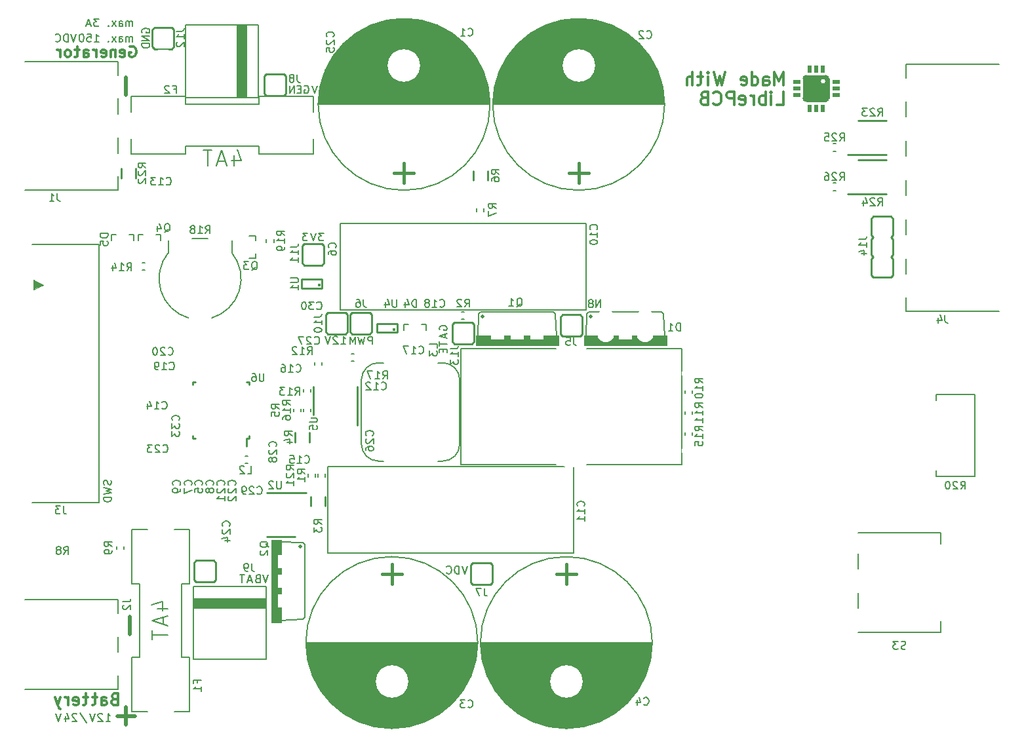
<source format=gbo>
G04 --- HEADER BEGIN --- *
%TF.GenerationSoftware,LibrePCB,LibrePCB,0.1.4*%
%TF.CreationDate,2020-06-28T21:35:15*%
%TF.ProjectId,Hydro Battery Charger - default,71762d7e-e7f1-403c-8020-db9670c01e9b,v4*%
%TF.Part,Single*%
%FSLAX66Y66*%
%MOMM*%
G01*
G74*
G04 --- HEADER END --- *
G04 --- APERTURE LIST BEGIN --- *
%ADD10C,0.25*%
%ADD11C,0.2*%
%ADD12C,0.254*%
%ADD13C,0.381X0.381*%
%ADD14C,0.381*%
%ADD15C,0.15*%
%ADD16C,0.1524*%
%ADD17C,0.0*%
%ADD18C,0.508X0.508*%
%ADD19C,0.508*%
%ADD20C,0.3*%
%ADD21C,0.4*%
%ADD22C,0.333*%
%ADD23C,0.5*%
%ADD24C,1.7*%
%ADD25R,1.7X1.5*%
%ADD26C,2.0*%
%ADD27R,1.735X0.68*%
%ADD28R,1.735X0.75*%
%ADD29R,2.39X1.787*%
%ADD30R,1.2X1.3*%
%ADD31C,2.5*%
%ADD32R,0.8X1.3*%
%ADD33R,1.0X0.95*%
%ADD34O,3.2X2.0*%
%ADD35R,2.9X1.4*%
%ADD36R,3.4X5.2*%
%ADD37O,3.2X1.7*%
%ADD38R,1.3X1.2*%
%ADD39R,1.6X1.2*%
%ADD40R,0.68X1.735*%
%ADD41R,3.3X2.6*%
%ADD42O,4.2X3.0*%
%ADD43R,1.2X1.6*%
%ADD44R,1.8X1.25*%
%ADD45R,5.7X4.05*%
%ADD46O,4.2X2.74*%
%ADD47R,0.95X1.0*%
%ADD48C,4.2*%
%ADD49R,2.0X2.0*%
%ADD50R,1.787X2.39*%
%ADD51O,2.232X4.264*%
%ADD52O,2.39X1.787*%
%ADD53C,3.4*%
%ADD54C,2.7*%
%ADD55R,3.6X2.1*%
%ADD56O,2.0X2.7*%
%ADD57R,2.0X2.7*%
%ADD58O,2.0X3.0*%
%ADD59R,0.65X1.4*%
%ADD60R,1.4X0.65*%
%ADD61O,3.0X4.2*%
%ADD62O,2.74X1.7*%
%ADD63O,2.0X3.2*%
%ADD64O,1.7X3.2*%
%ADD65R,1.5X1.7*%
G04 --- APERTURE LIST END --- *
G04 --- BOARD BEGIN --- *
D10*
X31987500Y28920000D02*
X28337500Y28920000D01*
X33387500Y34580000D02*
X28337500Y34580000D01*
X104696250Y82681250D02*
X108346250Y82681250D01*
X103296250Y78291250D02*
X108346250Y78291250D01*
X39086250Y57640000D02*
X39086250Y55390000D01*
X39356250Y55120000D01*
X41606250Y55120000D01*
X41876250Y55390000D01*
X41876250Y57640000D01*
X41606250Y57910000D01*
X39356250Y57910000D01*
X39086250Y57640000D01*
D11*
X41928472Y53768750D02*
X41928472Y54768750D01*
X41547361Y54768750D01*
X41451805Y54720972D01*
X41405139Y54673194D01*
X41357361Y54578750D01*
X41357361Y54435417D01*
X41405139Y54339861D01*
X41451805Y54292083D01*
X41547361Y54245417D01*
X41928472Y54245417D01*
X40957361Y54768750D02*
X40719583Y53768750D01*
X40528472Y54483194D01*
X40338472Y53768750D01*
X40100694Y54768750D01*
X39700694Y53768750D02*
X39700694Y54768750D01*
X39367361Y54054306D01*
X39034027Y54768750D01*
X39034027Y53768750D01*
X114750000Y46500000D02*
X114750000Y47250000D01*
X119750000Y47250000D01*
X119750000Y36750000D01*
X114750000Y36750000D01*
X114750000Y37500000D01*
D12*
X35454250Y61022000D02*
X35454250Y62168000D01*
X32808250Y62168000D01*
X32808250Y61022000D01*
X35454250Y61022000D01*
D13*
X35083750Y61395000D03*
D14*
X35083750Y61395000D03*
D15*
X28258750Y66976250D02*
X28258750Y67326250D01*
X29208750Y66976250D02*
X29208750Y67326250D01*
D11*
X12858750Y29845000D02*
X10874375Y29845000D01*
X10874375Y22860000D01*
X11906250Y22860000D01*
X11906250Y13335000D01*
X10874375Y13335000D01*
X10874375Y6350000D01*
X12858750Y6350000D01*
X16351250Y6350000D02*
X18335625Y6350000D01*
X18335625Y13335000D01*
X17303750Y13335000D01*
X17303750Y22860000D01*
X18335625Y22860000D01*
X18335625Y29845000D01*
X16351250Y29845000D01*
X14160417Y19600833D02*
X15493750Y19600833D01*
X13398194Y20078610D02*
X14827083Y20554166D01*
X14827083Y19316388D01*
X14922639Y18525277D02*
X14922639Y17574166D01*
X15493750Y18716388D02*
X13493750Y18049721D01*
X15493750Y17383055D01*
X13493750Y16783055D02*
X13493750Y15640833D01*
X15493750Y16211944D02*
X13493750Y16211944D01*
D16*
X30035500Y18097500D02*
X32956500Y18224500D01*
X33210500Y18478500D02*
X32956500Y18224500D01*
D17*
X30162500Y24828500D02*
X30162500Y24066500D01*
X29654500Y24066500D01*
X29654500Y24828500D01*
X30162500Y24828500D01*
G36*
X30162500Y24828500D02*
X30162500Y24066500D01*
X29654500Y24066500D01*
X29654500Y24828500D01*
X30162500Y24828500D01*
G37*
X30162500Y19748500D02*
X30162500Y17843500D01*
X29654500Y17843500D01*
X29654500Y19748500D01*
X30162500Y19748500D01*
G36*
X30162500Y19748500D02*
X30162500Y17843500D01*
X29654500Y17843500D01*
X29654500Y19748500D01*
X30162500Y19748500D01*
G37*
X30162500Y28511500D02*
X30162500Y26606500D01*
X29654500Y26606500D01*
X29654500Y28511500D01*
X30162500Y28511500D01*
G36*
X30162500Y28511500D02*
X30162500Y26606500D01*
X29654500Y26606500D01*
X29654500Y28511500D01*
X30162500Y28511500D01*
G37*
X29654500Y28511500D02*
X29654500Y17843500D01*
X28892500Y17843500D01*
X28892500Y28511500D01*
X29654500Y28511500D01*
G36*
X29654500Y28511500D02*
X29654500Y17843500D01*
X28892500Y17843500D01*
X28892500Y28511500D01*
X29654500Y28511500D01*
G37*
X30162500Y22288500D02*
X30162500Y21526500D01*
X29654500Y21526500D01*
X29654500Y22288500D01*
X30162500Y22288500D01*
G36*
X30162500Y22288500D02*
X30162500Y21526500D01*
X29654500Y21526500D01*
X29654500Y22288500D01*
X30162500Y22288500D01*
G37*
D16*
X32956500Y28130500D02*
X30035500Y28257500D01*
X32956500Y28130500D02*
X33210500Y27876500D01*
X33210500Y18478500D02*
X33210500Y27876500D01*
D18*
X32600900Y27673300D03*
D19*
X32600900Y27673300D03*
D15*
X82321250Y42052500D02*
X82321250Y42402500D01*
X83271250Y42052500D02*
X83271250Y42402500D01*
D16*
X26854150Y67779900D02*
X26041350Y67779900D01*
X26041350Y64935100D02*
X26854150Y64935100D01*
X26854150Y64935100D02*
X26854150Y65493900D01*
X26854150Y67221100D02*
X26854150Y67779900D01*
D15*
X33971250Y45418750D02*
X33971250Y45068750D01*
X33021250Y45418750D02*
X33021250Y45068750D01*
D10*
X34317500Y44688750D02*
X34317500Y48338750D01*
X39977500Y43288750D02*
X39977500Y48338750D01*
D17*
X24447500Y94973750D02*
X24447500Y85683750D01*
X25717500Y85683750D01*
X25717500Y94973750D01*
X24447500Y94973750D01*
G36*
X24447500Y94973750D02*
X24447500Y85683750D01*
X25717500Y85683750D01*
X25717500Y94973750D01*
X24447500Y94973750D01*
G37*
D11*
X17842500Y95028750D02*
X17842500Y85628750D01*
X27242500Y85628750D01*
X27242500Y95028750D01*
X17842500Y95028750D01*
D10*
X104696250Y77601250D02*
X108346250Y77601250D01*
X103296250Y73211250D02*
X108346250Y73211250D01*
D16*
X8261350Y67970400D02*
X8261350Y67157600D01*
X11106150Y67157600D02*
X11106150Y67970400D01*
X11106150Y67970400D02*
X10547350Y67970400D01*
X8820150Y67970400D02*
X8261350Y67970400D01*
X46043850Y56381650D02*
X46043850Y55568850D01*
X48888650Y55568850D02*
X48888650Y56381650D01*
X48888650Y56381650D02*
X48329850Y56381650D01*
X46602650Y56381650D02*
X46043850Y56381650D01*
D10*
X31936250Y42376250D02*
X31936250Y41126250D01*
X33786250Y42376250D02*
X33786250Y41126250D01*
D11*
X43373868Y51386154D02*
X42723868Y51386154D01*
G75*
G03*
X40523868Y49186154I0J-2200000D01*
G01*
X40523868Y40886154D01*
G03*
X42723868Y38686154I2200000J0D01*
G01*
X43373868Y38686154D01*
X50373868Y38686154D02*
X51023868Y38686154D01*
G03*
X53223868Y40886154I0J2200000D01*
G01*
X53223868Y49186154D01*
G03*
X51023868Y51386154I-2200000J0D01*
G01*
X50373868Y51386154D01*
D15*
X83271250Y47800000D02*
X83271250Y47450000D01*
X82321250Y47800000D02*
X82321250Y47450000D01*
X34606250Y37005000D02*
X34606250Y36655000D01*
X33656250Y37005000D02*
X33656250Y36655000D01*
D10*
X66232500Y57322500D02*
X66232500Y55072500D01*
X66502500Y54802500D01*
X68752500Y54802500D01*
X69022500Y55072500D01*
X69022500Y57322500D01*
X68752500Y57592500D01*
X66502500Y57592500D01*
X66232500Y57322500D01*
D11*
X71414861Y58531250D02*
X71414861Y59531250D01*
X70843750Y58531250D01*
X70843750Y59531250D01*
X70253750Y59102361D02*
X70348194Y59150139D01*
X70395972Y59197917D01*
X70443750Y59293472D01*
X70443750Y59341250D01*
X70395972Y59435694D01*
X70348194Y59483472D01*
X70253750Y59531250D01*
X70062639Y59531250D01*
X69967083Y59483472D01*
X69920417Y59435694D01*
X69872639Y59341250D01*
X69872639Y59293472D01*
X69920417Y59197917D01*
X69967083Y59150139D01*
X70062639Y59102361D01*
X70253750Y59102361D01*
X70348194Y59054583D01*
X70395972Y59007917D01*
X70443750Y58912361D01*
X70443750Y58721250D01*
X70395972Y58626806D01*
X70348194Y58579028D01*
X70253750Y58531250D01*
X70062639Y58531250D01*
X69967083Y58579028D01*
X69920417Y58626806D01*
X69872639Y58721250D01*
X69872639Y58912361D01*
X69920417Y59007917D01*
X69967083Y59054583D01*
X70062639Y59102361D01*
D10*
X9552500Y76507500D02*
X9552500Y75257500D01*
X11402500Y76507500D02*
X11402500Y75257500D01*
D15*
X35876250Y37005000D02*
X35876250Y36655000D01*
X34926250Y37005000D02*
X34926250Y36655000D01*
X83271250Y45101250D02*
X83271250Y44751250D01*
X82321250Y45101250D02*
X82321250Y44751250D01*
X34450000Y51101250D02*
X34450000Y51451250D01*
X35400000Y51101250D02*
X35400000Y51451250D01*
D10*
X35911250Y57640000D02*
X35911250Y55390000D01*
X36181250Y55120000D01*
X38431250Y55120000D01*
X38701250Y55390000D01*
X38701250Y57640000D01*
X38431250Y57910000D01*
X36181250Y57910000D01*
X35911250Y57640000D01*
D11*
X37904722Y53816250D02*
X38475833Y53816250D01*
X38190277Y53816250D02*
X38190277Y54816250D01*
X38285833Y54672917D01*
X38380277Y54578472D01*
X38475833Y54530694D01*
X37456944Y54720694D02*
X37409166Y54768472D01*
X37314722Y54816250D01*
X37075833Y54816250D01*
X36981389Y54768472D01*
X36933611Y54720694D01*
X36885833Y54626250D01*
X36885833Y54530694D01*
X36933611Y54387361D01*
X37504722Y53816250D01*
X36885833Y53816250D01*
X36485833Y54816250D02*
X36152500Y53816250D01*
X35819166Y54816250D01*
X9100000Y88540000D02*
X9100000Y90320000D01*
X-2900000Y90320000D01*
X-2900000Y73680000D02*
X9100000Y73680000D01*
X9100000Y75460000D01*
X9100000Y78460000D02*
X9100000Y80460000D01*
X9100000Y83540000D02*
X9100000Y85540000D01*
D20*
X10621527Y92223111D02*
X10753750Y92290000D01*
X10954416Y92290000D01*
X11155083Y92223111D01*
X11287305Y92089333D01*
X11354194Y91957111D01*
X11421083Y91689556D01*
X11421083Y91490444D01*
X11354194Y91222889D01*
X11287305Y91090667D01*
X11155083Y90956889D01*
X10954416Y90890000D01*
X10820639Y90890000D01*
X10621527Y90956889D01*
X10554639Y91023778D01*
X10554639Y91490444D01*
X10820639Y91490444D01*
X9374195Y90956889D02*
X9507972Y90890000D01*
X9773972Y90890000D01*
X9907750Y90956889D01*
X9974639Y91090667D01*
X9974639Y91622667D01*
X9907750Y91756444D01*
X9773972Y91823333D01*
X9507972Y91823333D01*
X9374195Y91756444D01*
X9307306Y91622667D01*
X9307306Y91490444D01*
X9974639Y91356667D01*
X8727306Y91823333D02*
X8727306Y90890000D01*
X8727306Y91689556D02*
X8660417Y91756444D01*
X8526639Y91823333D01*
X8327528Y91823333D01*
X8193750Y91756444D01*
X8126862Y91622667D01*
X8126862Y90890000D01*
X6946418Y90956889D02*
X7080195Y90890000D01*
X7346195Y90890000D01*
X7479973Y90956889D01*
X7546862Y91090667D01*
X7546862Y91622667D01*
X7479973Y91756444D01*
X7346195Y91823333D01*
X7080195Y91823333D01*
X6946418Y91756444D01*
X6879529Y91622667D01*
X6879529Y91490444D01*
X7546862Y91356667D01*
X6299529Y90890000D02*
X6299529Y91823333D01*
X6299529Y91557333D02*
X6232640Y91689556D01*
X6165751Y91756444D01*
X6033529Y91823333D01*
X5899751Y91823333D01*
X4652418Y90890000D02*
X4652418Y91622667D01*
X4719307Y91756444D01*
X4853084Y91823333D01*
X5119084Y91823333D01*
X5252862Y91756444D01*
X4652418Y90956889D02*
X4786195Y90890000D01*
X5119084Y90890000D01*
X5252862Y90956889D01*
X5319751Y91090667D01*
X5319751Y91222889D01*
X5252862Y91356667D01*
X5119084Y91423556D01*
X4786195Y91423556D01*
X4652418Y91490444D01*
X4072418Y91823333D02*
X3538862Y91823333D01*
X3871751Y92290000D02*
X3871751Y91090667D01*
X3806418Y90956889D01*
X3672640Y90890000D01*
X3538862Y90890000D01*
X2692862Y90890000D02*
X2825084Y90956889D01*
X2891973Y91023778D01*
X2958862Y91156000D01*
X2958862Y91557333D01*
X2891973Y91689556D01*
X2825084Y91756444D01*
X2692862Y91823333D01*
X2492195Y91823333D01*
X2358418Y91756444D01*
X2291529Y91689556D01*
X2226195Y91557333D01*
X2226195Y91156000D01*
X2291529Y91023778D01*
X2358418Y90956889D01*
X2492195Y90890000D01*
X2692862Y90890000D01*
X1646195Y90890000D02*
X1646195Y91823333D01*
X1646195Y91557333D02*
X1579306Y91689556D01*
X1512417Y91756444D01*
X1380195Y91823333D01*
X1246417Y91823333D01*
D15*
X55405000Y70945000D02*
X55405000Y71295000D01*
X56355000Y70945000D02*
X56355000Y71295000D01*
X9841250Y27638750D02*
X9841250Y27288750D01*
X8891250Y27638750D02*
X8891250Y27288750D01*
D10*
X57433750Y23005000D02*
X57433750Y25255000D01*
X57163750Y25525000D01*
X54913750Y25525000D01*
X54643750Y25255000D01*
X54643750Y23005000D01*
X54913750Y22735000D01*
X57163750Y22735000D01*
X57433750Y23005000D01*
D11*
X54192083Y25130000D02*
X53858750Y24130000D01*
X53525416Y25130000D01*
X53125416Y24130000D02*
X53125416Y25130000D01*
X52887638Y25130000D01*
X52744305Y25082222D01*
X52648749Y24986667D01*
X52602083Y24892222D01*
X52554305Y24701111D01*
X52554305Y24558889D01*
X52602083Y24367778D01*
X52648749Y24273333D01*
X52744305Y24177778D01*
X52887638Y24130000D01*
X53125416Y24130000D01*
X51535416Y24225556D02*
X51583194Y24177778D01*
X51725416Y24130000D01*
X51820972Y24130000D01*
X51964305Y24177778D01*
X52058749Y24273333D01*
X52106527Y24367778D01*
X52154305Y24558889D01*
X52154305Y24701111D01*
X52106527Y24892222D01*
X52058749Y24986667D01*
X51964305Y25082222D01*
X51820972Y25130000D01*
X51725416Y25130000D01*
X51583194Y25082222D01*
X51535416Y25034444D01*
D10*
X18925000Y25572500D02*
X18925000Y23322500D01*
X19195000Y23052500D01*
X21445000Y23052500D01*
X21715000Y23322500D01*
X21715000Y25572500D01*
X21445000Y25842500D01*
X19195000Y25842500D01*
X18925000Y25572500D01*
D11*
X28507778Y23971250D02*
X28174445Y22971250D01*
X27841111Y23971250D01*
X27107778Y23494583D02*
X26964444Y23447917D01*
X26917778Y23400139D01*
X26870000Y23304583D01*
X26870000Y23161250D01*
X26917778Y23066806D01*
X26964444Y23019028D01*
X27060000Y22971250D01*
X27441111Y22971250D01*
X27441111Y23971250D01*
X27107778Y23971250D01*
X27012222Y23923472D01*
X26964444Y23875694D01*
X26917778Y23781250D01*
X26917778Y23685694D01*
X26964444Y23590139D01*
X27012222Y23542361D01*
X27107778Y23494583D01*
X27441111Y23494583D01*
X26374444Y23256806D02*
X25898889Y23256806D01*
X26470000Y22971250D02*
X26136667Y23971250D01*
X25803333Y22971250D01*
X25403333Y23971250D02*
X24832222Y23971250D01*
X25117777Y22971250D02*
X25117777Y23971250D01*
D10*
X34000000Y34121250D02*
X34000000Y32871250D01*
X35850000Y34121250D02*
X35850000Y32871250D01*
D15*
X25892500Y38418750D02*
X25542500Y38418750D01*
X25892500Y39368750D02*
X25542500Y39368750D01*
D11*
X33350000Y15240000D02*
X55550000Y15240000D01*
G02*
X33350000Y15240000I-11100000J0D01*
G01*
D17*
G36*
X33350000Y15240000D02*
X55550000Y15240000D01*
G02*
X33350000Y15240000I-11100000J0D01*
G01*
G37*
D21*
X44450000Y25400000D02*
X44450000Y22860000D01*
D11*
X33350000Y15240000D02*
G02*
X55550000Y15240000I11100000J0D01*
G01*
D21*
X45720000Y24130000D02*
X43180000Y24130000D01*
D11*
X-2000000Y66656250D02*
X6600000Y66656250D01*
X6600000Y33356250D01*
X-2000000Y33356250D01*
D17*
X-1810000Y62071250D02*
X-1810000Y60801250D01*
X-540000Y61436250D01*
X-1810000Y62071250D01*
G36*
X-1810000Y62071250D02*
X-1810000Y60801250D01*
X-540000Y61436250D01*
X-1810000Y62071250D01*
G37*
D11*
X8190972Y36215763D02*
X8238750Y36072430D01*
X8238750Y35834652D01*
X8190972Y35739096D01*
X8143194Y35692430D01*
X8048750Y35644652D01*
X7953194Y35644652D01*
X7857639Y35692430D01*
X7809861Y35739096D01*
X7762083Y35834652D01*
X7715417Y36025763D01*
X7667639Y36120207D01*
X7619861Y36167985D01*
X7524306Y36215763D01*
X7428750Y36215763D01*
X7334306Y36167985D01*
X7286528Y36120207D01*
X7238750Y36025763D01*
X7238750Y35786874D01*
X7286528Y35644652D01*
X7238750Y35244652D02*
X8238750Y35006874D01*
X7524306Y34815763D01*
X8238750Y34625763D01*
X7238750Y34387985D01*
X8238750Y33987985D02*
X7238750Y33987985D01*
X7238750Y33750207D01*
X7286528Y33606874D01*
X7382083Y33511318D01*
X7476528Y33464652D01*
X7667639Y33416874D01*
X7809861Y33416874D01*
X8000972Y33464652D01*
X8095417Y33511318D01*
X8190972Y33606874D01*
X8238750Y33750207D01*
X8238750Y33987985D01*
D10*
X54782500Y56640000D02*
X52532500Y56640000D01*
X52262500Y56370000D01*
X52262500Y54120000D01*
X52532500Y53850000D01*
X54782500Y53850000D01*
X55052500Y54120000D01*
X55052500Y56370000D01*
X54782500Y56640000D01*
D11*
X50641528Y55646806D02*
X50593750Y55741250D01*
X50593750Y55884584D01*
X50641528Y56027917D01*
X50737083Y56122361D01*
X50831528Y56170139D01*
X51022639Y56217917D01*
X51164861Y56217917D01*
X51355972Y56170139D01*
X51450417Y56122361D01*
X51545972Y56027917D01*
X51593750Y55884584D01*
X51593750Y55789028D01*
X51545972Y55646806D01*
X51498194Y55599028D01*
X51164861Y55599028D01*
X51164861Y55789028D01*
X51308194Y55103472D02*
X51308194Y54627917D01*
X51593750Y55199028D02*
X50593750Y54865695D01*
X51593750Y54532361D01*
X50593750Y54132361D02*
X50593750Y53561250D01*
X51593750Y53846805D02*
X50593750Y53846805D01*
X51070417Y53161250D02*
X51070417Y52827917D01*
X51593750Y52684583D02*
X51593750Y53161250D01*
X50593750Y53161250D01*
X50593750Y52684583D01*
D15*
X12557500Y63342500D02*
X12207500Y63342500D01*
X12557500Y64292500D02*
X12207500Y64292500D01*
D10*
X13797500Y91950000D02*
X16047500Y91950000D01*
X16317500Y92220000D01*
X16317500Y94470000D01*
X16047500Y94740000D01*
X13797500Y94740000D01*
X13527500Y94470000D01*
X13527500Y92220000D01*
X13797500Y91950000D01*
D11*
X12224028Y94054444D02*
X12176250Y94148888D01*
X12176250Y94292222D01*
X12224028Y94435555D01*
X12319583Y94529999D01*
X12414028Y94577777D01*
X12605139Y94625555D01*
X12747361Y94625555D01*
X12938472Y94577777D01*
X13032917Y94529999D01*
X13128472Y94435555D01*
X13176250Y94292222D01*
X13176250Y94196666D01*
X13128472Y94054444D01*
X13080694Y94006666D01*
X12747361Y94006666D01*
X12747361Y94196666D01*
X13176250Y93606666D02*
X12176250Y93606666D01*
X13176250Y93035555D01*
X12176250Y93035555D01*
X13176250Y92635555D02*
X12176250Y92635555D01*
X12176250Y92397777D01*
X12224028Y92254444D01*
X12319583Y92158888D01*
X12414028Y92112222D01*
X12605139Y92064444D01*
X12747361Y92064444D01*
X12938472Y92112222D01*
X13032917Y92158888D01*
X13128472Y92254444D01*
X13176250Y92397777D01*
X13176250Y92635555D01*
D17*
X69278500Y54927500D02*
X71183500Y54927500D01*
X71183500Y54419500D01*
X69278500Y54419500D01*
X69278500Y54927500D01*
G36*
X69278500Y54927500D02*
X71183500Y54927500D01*
X71183500Y54419500D01*
X69278500Y54419500D01*
X69278500Y54927500D01*
G37*
D16*
X69659500Y57721500D02*
X69913500Y57975500D01*
D17*
X69278500Y54419500D02*
X79946500Y54419500D01*
X79946500Y53657500D01*
X69278500Y53657500D01*
X69278500Y54419500D01*
G36*
X69278500Y54419500D02*
X79946500Y54419500D01*
X79946500Y53657500D01*
X69278500Y53657500D01*
X69278500Y54419500D01*
G37*
D16*
X79311500Y57975500D02*
X69913500Y57975500D01*
D17*
X75501500Y54927500D02*
X76263500Y54927500D01*
X76263500Y54419500D01*
X75501500Y54419500D01*
X75501500Y54927500D01*
G36*
X75501500Y54927500D02*
X76263500Y54927500D01*
X76263500Y54419500D01*
X75501500Y54419500D01*
X75501500Y54927500D01*
G37*
D16*
X79311500Y57975500D02*
X79565500Y57721500D01*
X79692500Y54800500D02*
X79565500Y57721500D01*
X69659500Y57721500D02*
X69532500Y54800500D01*
D17*
X78041500Y54927500D02*
X79946500Y54927500D01*
X79946500Y54419500D01*
X78041500Y54419500D01*
X78041500Y54927500D01*
G36*
X78041500Y54927500D02*
X79946500Y54927500D01*
X79946500Y54419500D01*
X78041500Y54419500D01*
X78041500Y54927500D01*
G37*
X72961500Y54927500D02*
X73723500Y54927500D01*
X73723500Y54419500D01*
X72961500Y54419500D01*
X72961500Y54927500D01*
G36*
X72961500Y54927500D02*
X73723500Y54927500D01*
X73723500Y54419500D01*
X72961500Y54419500D01*
X72961500Y54927500D01*
G37*
D18*
X70116700Y57365900D03*
D19*
X70116700Y57365900D03*
D10*
X106396250Y70022500D02*
X106396250Y67897500D01*
X106666250Y67627500D01*
X106396250Y67357500D01*
X106396250Y65357500D01*
X106666250Y65087500D01*
X106396250Y64817500D01*
X106396250Y62692500D01*
X106666250Y62422500D01*
X108916250Y62422500D01*
X109186250Y62692500D01*
X109186250Y64817500D01*
X108916250Y65087500D01*
X109186250Y65357500D01*
X109186250Y67357500D01*
X108916250Y67627500D01*
X109186250Y67897500D01*
X109186250Y70022500D01*
X108916250Y70292500D01*
X106666250Y70292500D01*
X106396250Y70022500D01*
D11*
X122900000Y89940000D02*
X110900000Y89940000D01*
X110900000Y88160000D01*
X110900000Y75000000D02*
X110900000Y73000000D01*
X110900000Y80080000D02*
X110900000Y78080000D01*
X110900000Y69920000D02*
X110900000Y67920000D01*
X110900000Y64840000D02*
X110900000Y62840000D01*
X110900000Y85160000D02*
X110900000Y83160000D01*
X110900000Y59840000D02*
X110900000Y58060000D01*
X122900000Y58060000D01*
X115380000Y28000000D02*
X115380000Y29450000D01*
X104680000Y29450000D01*
X104680000Y24730000D02*
X104680000Y26730000D01*
X104680000Y19650000D02*
X104680000Y21650000D01*
X115380000Y18000000D02*
X115380000Y16550000D01*
X104680000Y16550000D01*
D15*
X39545000Y51595000D02*
X39195000Y51595000D01*
X39545000Y52545000D02*
X39195000Y52545000D01*
D11*
X69507500Y69417500D02*
X37807500Y69417500D01*
X37807500Y58217500D01*
X69507500Y58217500D01*
X69507500Y69417500D01*
D16*
X11753850Y67970400D02*
X11753850Y67157600D01*
X14598650Y67157600D02*
X14598650Y67970400D01*
X14598650Y67970400D02*
X14039850Y67970400D01*
X12312650Y67970400D02*
X11753850Y67970400D01*
D11*
X57137500Y84772500D02*
X34937500Y84772500D01*
G02*
X57137500Y84772500I11100000J0D01*
G01*
D17*
G36*
X57137500Y84772500D02*
X34937500Y84772500D01*
G02*
X57137500Y84772500I11100000J0D01*
G01*
G37*
D21*
X46037500Y74612500D02*
X46037500Y77152500D01*
D11*
X57137500Y84772500D02*
G02*
X34937500Y84772500I-11100000J0D01*
G01*
D21*
X44767500Y75882500D02*
X47307500Y75882500D01*
D12*
X45138000Y55307000D02*
X45138000Y56453000D01*
X42492000Y56453000D01*
X42492000Y55307000D01*
X45138000Y55307000D01*
D13*
X44767500Y55680000D03*
D14*
X44767500Y55680000D03*
D10*
X18758750Y48543750D02*
X18758750Y48868750D01*
X19083750Y48868750D01*
X26008750Y41943750D02*
X26008750Y41618750D01*
X25683750Y41618750D01*
X25683750Y40618750D01*
X18758750Y41943750D02*
X18758750Y41618750D01*
X19083750Y41618750D01*
X26008750Y48543750D02*
X26008750Y48868750D01*
X25683750Y48868750D01*
D17*
X97102750Y86201250D02*
X96255750Y86201250D01*
X96255750Y85778250D01*
X97102750Y85778250D01*
X97102750Y86201250D01*
G36*
X97102750Y86201250D02*
X96255750Y86201250D01*
X96255750Y85778250D01*
X97102750Y85778250D01*
X97102750Y86201250D01*
G37*
X99429750Y88952250D02*
X99007750Y88952250D01*
X99007750Y89799250D01*
X99429750Y89799250D01*
X99429750Y88952250D01*
G36*
X99429750Y88952250D02*
X99007750Y88952250D01*
X99007750Y89799250D01*
X99429750Y89799250D01*
X99429750Y88952250D01*
G37*
X100276750Y88952250D02*
X99853750Y88952250D01*
X99853750Y89799250D01*
X100276750Y89799250D01*
X100276750Y88952250D01*
G36*
X100276750Y88952250D02*
X99853750Y88952250D01*
X99853750Y89799250D01*
X100276750Y89799250D01*
X100276750Y88952250D01*
G37*
X101334750Y87894250D02*
X102181750Y87894250D01*
X102181750Y87471250D01*
X101334750Y87471250D01*
X101334750Y87894250D01*
G36*
X101334750Y87894250D02*
X102181750Y87894250D01*
X102181750Y87471250D01*
X101334750Y87471250D01*
X101334750Y87894250D01*
G37*
X99429750Y84720250D02*
X99007750Y84720250D01*
X99007750Y83873250D01*
X99429750Y83873250D01*
X99429750Y84720250D01*
G36*
X99429750Y84720250D02*
X99007750Y84720250D01*
X99007750Y83873250D01*
X99429750Y83873250D01*
X99429750Y84720250D01*
G37*
X100488750Y88529250D02*
X97948750Y88529250D01*
G03*
X97525750Y88106250I0J-423000D01*
G01*
X97525750Y85566250D01*
G03*
X97948750Y85143250I423000J0D01*
G01*
X100488750Y85143250D01*
G03*
X100911750Y85566250I0J423000D01*
G01*
X100911750Y87766250D01*
X100481750Y87766250D01*
G02*
X100148750Y87432850I-333200J-200D01*
G01*
G02*
X99815350Y87766250I0J333400D01*
G01*
G02*
X100148750Y88099250I333200J-200D01*
G01*
G02*
X100481750Y87766250I0J-333000D01*
G01*
X100911750Y87766250D01*
X100911750Y88106250D01*
G03*
X100488750Y88529250I-423000J0D01*
G01*
G36*
X100488750Y88529250D02*
X97948750Y88529250D01*
G03*
X97525750Y88106250I0J-423000D01*
G01*
X97525750Y85566250D01*
G03*
X97948750Y85143250I423000J0D01*
G01*
X100488750Y85143250D01*
G03*
X100911750Y85566250I0J423000D01*
G01*
X100911750Y87766250D01*
X100481750Y87766250D01*
G02*
X100148750Y87432850I-333200J-200D01*
G01*
G02*
X99815350Y87766250I0J333400D01*
G01*
G02*
X100148750Y88099250I333200J-200D01*
G01*
G02*
X100481750Y87766250I0J-333000D01*
G01*
X100911750Y87766250D01*
X100911750Y88106250D01*
G03*
X100488750Y88529250I-423000J0D01*
G01*
G37*
X97102750Y87894250D02*
X96255750Y87894250D01*
X96255750Y87471250D01*
X97102750Y87471250D01*
X97102750Y87894250D01*
G36*
X97102750Y87894250D02*
X96255750Y87894250D01*
X96255750Y87471250D01*
X97102750Y87471250D01*
X97102750Y87894250D01*
G37*
X98583750Y88952250D02*
X98160750Y88952250D01*
X98160750Y89799250D01*
X98583750Y89799250D01*
X98583750Y88952250D01*
G36*
X98583750Y88952250D02*
X98160750Y88952250D01*
X98160750Y89799250D01*
X98583750Y89799250D01*
X98583750Y88952250D01*
G37*
X101334750Y87047250D02*
X102181750Y87047250D01*
X102181750Y86625250D01*
X101334750Y86625250D01*
X101334750Y87047250D01*
G36*
X101334750Y87047250D02*
X102181750Y87047250D01*
X102181750Y86625250D01*
X101334750Y86625250D01*
X101334750Y87047250D01*
G37*
X100276750Y84720250D02*
X99853750Y84720250D01*
X99853750Y83873250D01*
X100276750Y83873250D01*
X100276750Y84720250D01*
G36*
X100276750Y84720250D02*
X99853750Y84720250D01*
X99853750Y83873250D01*
X100276750Y83873250D01*
X100276750Y84720250D01*
G37*
X101334750Y86201250D02*
X102181750Y86201250D01*
X102181750Y85778250D01*
X101334750Y85778250D01*
X101334750Y86201250D01*
G36*
X101334750Y86201250D02*
X102181750Y86201250D01*
X102181750Y85778250D01*
X101334750Y85778250D01*
X101334750Y86201250D01*
G37*
X98583750Y84720250D02*
X98160750Y84720250D01*
X98160750Y83873250D01*
X98583750Y83873250D01*
X98583750Y84720250D01*
G36*
X98583750Y84720250D02*
X98160750Y84720250D01*
X98160750Y83873250D01*
X98583750Y83873250D01*
X98583750Y84720250D01*
G37*
X97102750Y87047250D02*
X96255750Y87047250D01*
X96255750Y86625250D01*
X97102750Y86625250D01*
X97102750Y87047250D01*
G36*
X97102750Y87047250D02*
X96255750Y87047250D01*
X96255750Y86625250D01*
X97102750Y86625250D01*
X97102750Y87047250D01*
G37*
D22*
X94988750Y87252750D02*
X94988750Y88918750D01*
X94433417Y87728486D01*
X93878083Y88918750D01*
X93878083Y87252750D01*
X92417756Y87252750D02*
X92417756Y88124623D01*
X92497354Y88283819D01*
X92656550Y88363417D01*
X92973090Y88363417D01*
X93132285Y88283819D01*
X92417756Y87332348D02*
X92576952Y87252750D01*
X92973090Y87252750D01*
X93132285Y87332348D01*
X93211883Y87491543D01*
X93211883Y87648888D01*
X93132285Y87808083D01*
X92973090Y87887681D01*
X92576952Y87887681D01*
X92417756Y87967279D01*
X90957429Y87252750D02*
X90957429Y88918750D01*
X90957429Y87332348D02*
X91116625Y87252750D01*
X91435016Y87252750D01*
X91592360Y87332348D01*
X91671958Y87411946D01*
X91751556Y87569290D01*
X91751556Y88046877D01*
X91671958Y88204221D01*
X91592360Y88283819D01*
X91435016Y88363417D01*
X91116625Y88363417D01*
X90957429Y88283819D01*
X89576700Y87332348D02*
X89735896Y87252750D01*
X90052436Y87252750D01*
X90211631Y87332348D01*
X90291229Y87491543D01*
X90291229Y88124623D01*
X90211631Y88283819D01*
X90052436Y88363417D01*
X89735896Y88363417D01*
X89576700Y88283819D01*
X89497102Y88124623D01*
X89497102Y87967279D01*
X90291229Y87808083D01*
X87498303Y88918750D02*
X87102165Y87252750D01*
X86783774Y88443014D01*
X86467234Y87252750D01*
X86071096Y88918750D01*
X85325298Y87252750D02*
X85325298Y88363417D01*
X85325298Y88918750D02*
X85404896Y88839152D01*
X85325298Y88759554D01*
X85245700Y88839152D01*
X85325298Y88918750D01*
X85325298Y88759554D01*
X84579500Y88363417D02*
X83944569Y88363417D01*
X84340707Y88918750D02*
X84340707Y87491543D01*
X84262960Y87332348D01*
X84103764Y87252750D01*
X83944569Y87252750D01*
X83278369Y87252750D02*
X83278369Y88918750D01*
X82563840Y87252750D02*
X82563840Y88124623D01*
X82643438Y88283819D01*
X82802633Y88363417D01*
X83039576Y88363417D01*
X83198771Y88283819D01*
X83278369Y88204221D01*
X94194623Y84753750D02*
X94988750Y84753750D01*
X94988750Y86419750D01*
X93448825Y84753750D02*
X93448825Y85864417D01*
X93448825Y86419750D02*
X93528423Y86340152D01*
X93448825Y86260554D01*
X93369227Y86340152D01*
X93448825Y86419750D01*
X93448825Y86260554D01*
X92703027Y84753750D02*
X92703027Y86419750D01*
X92703027Y85784819D02*
X92543831Y85864417D01*
X92227291Y85864417D01*
X92068096Y85784819D01*
X91988498Y85705221D01*
X91908900Y85547877D01*
X91908900Y85070290D01*
X91988498Y84912946D01*
X92068096Y84833348D01*
X92227291Y84753750D01*
X92543831Y84753750D01*
X92703027Y84833348D01*
X91242700Y84753750D02*
X91242700Y85864417D01*
X91242700Y85547877D02*
X91163102Y85705221D01*
X91083504Y85784819D01*
X90926160Y85864417D01*
X90766964Y85864417D01*
X89386235Y84833348D02*
X89545431Y84753750D01*
X89861971Y84753750D01*
X90021166Y84833348D01*
X90100764Y84992543D01*
X90100764Y85625623D01*
X90021166Y85784819D01*
X89861971Y85864417D01*
X89545431Y85864417D01*
X89386235Y85784819D01*
X89306637Y85625623D01*
X89306637Y85468279D01*
X90100764Y85309083D01*
X88640437Y84753750D02*
X88640437Y86419750D01*
X88005506Y86419750D01*
X87846310Y86340152D01*
X87768564Y86260554D01*
X87688966Y86103210D01*
X87688966Y85864417D01*
X87768564Y85705221D01*
X87846310Y85625623D01*
X88005506Y85547877D01*
X88640437Y85547877D01*
X85991697Y84912946D02*
X86071295Y84833348D01*
X86308237Y84753750D01*
X86467433Y84753750D01*
X86706226Y84833348D01*
X86863570Y84992543D01*
X86943168Y85149888D01*
X87022766Y85468279D01*
X87022766Y85705221D01*
X86943168Y86023612D01*
X86863570Y86180957D01*
X86706226Y86340152D01*
X86467433Y86419750D01*
X86308237Y86419750D01*
X86071295Y86340152D01*
X85991697Y86260554D01*
X84770164Y85625623D02*
X84531370Y85547877D01*
X84453624Y85468279D01*
X84374026Y85309083D01*
X84374026Y85070290D01*
X84453624Y84912946D01*
X84531370Y84833348D01*
X84690566Y84753750D01*
X85325497Y84753750D01*
X85325497Y86419750D01*
X84770164Y86419750D01*
X84610968Y86340152D01*
X84531370Y86260554D01*
X84453624Y86103210D01*
X84453624Y85944014D01*
X84531370Y85784819D01*
X84610968Y85705221D01*
X84770164Y85625623D01*
X85325497Y85625623D01*
D15*
X101425000Y74611250D02*
X101775000Y74611250D01*
X101425000Y73661250D02*
X101775000Y73661250D01*
D17*
X18850000Y19685000D02*
X28140000Y19685000D01*
X28140000Y20955000D01*
X18850000Y20955000D01*
X18850000Y19685000D01*
G36*
X18850000Y19685000D02*
X28140000Y19685000D01*
X28140000Y20955000D01*
X18850000Y20955000D01*
X18850000Y19685000D01*
G37*
D11*
X18795000Y13080000D02*
X28195000Y13080000D01*
X28195000Y22480000D01*
X18795000Y22480000D01*
X18795000Y13080000D01*
D15*
X33021250Y47608750D02*
X33021250Y47958750D01*
X33971250Y47608750D02*
X33971250Y47958750D01*
D11*
X79680000Y84772500D02*
X57480000Y84772500D01*
G02*
X79680000Y84772500I11100000J0D01*
G01*
D17*
G36*
X79680000Y84772500D02*
X57480000Y84772500D01*
G02*
X79680000Y84772500I11100000J0D01*
G01*
G37*
D21*
X68580000Y74612500D02*
X68580000Y77152500D01*
D11*
X79680000Y84772500D02*
G02*
X57480000Y84772500I-11100000J0D01*
G01*
D21*
X67310000Y75882500D02*
X69850000Y75882500D01*
D10*
X30763750Y86187500D02*
X30763750Y88437500D01*
X30493750Y88707500D01*
X28243750Y88707500D01*
X27973750Y88437500D01*
X27973750Y86187500D01*
X28243750Y85917500D01*
X30493750Y85917500D01*
X30763750Y86187500D01*
D11*
X34786667Y87201250D02*
X34453334Y86201250D01*
X34120000Y87201250D01*
X33148889Y87153472D02*
X33243333Y87201250D01*
X33386667Y87201250D01*
X33530000Y87153472D01*
X33624444Y87057917D01*
X33672222Y86963472D01*
X33720000Y86772361D01*
X33720000Y86630139D01*
X33672222Y86439028D01*
X33624444Y86344583D01*
X33530000Y86249028D01*
X33386667Y86201250D01*
X33291111Y86201250D01*
X33148889Y86249028D01*
X33101111Y86296806D01*
X33101111Y86630139D01*
X33291111Y86630139D01*
X32701111Y86724583D02*
X32367778Y86724583D01*
X32224444Y86201250D02*
X32701111Y86201250D01*
X32701111Y87201250D01*
X32224444Y87201250D01*
X31824444Y86201250D02*
X31824444Y87201250D01*
X31253333Y86201250D01*
X31253333Y87201250D01*
D15*
X101425000Y79691250D02*
X101775000Y79691250D01*
X101425000Y78741250D02*
X101775000Y78741250D01*
X32701250Y45418750D02*
X32701250Y45068750D01*
X31751250Y45418750D02*
X31751250Y45068750D01*
X53482500Y57942500D02*
X53832500Y57942500D01*
X53482500Y56992500D02*
X53832500Y56992500D01*
D11*
X69627500Y38220000D02*
X81877500Y38220000D01*
X81877500Y53220000D01*
X69627500Y53220000D01*
X65627500Y53220000D02*
X53377500Y53220000D01*
X53377500Y38220000D01*
X65627500Y38220000D01*
X10795000Y80327500D02*
X10795000Y78343125D01*
X17780000Y78343125D01*
X17780000Y79375000D01*
X27305000Y79375000D01*
X27305000Y78343125D01*
X34290000Y78343125D01*
X34290000Y80327500D01*
X34290000Y83820000D02*
X34290000Y85804375D01*
X27305000Y85804375D01*
X27305000Y84772500D01*
X17780000Y84772500D01*
X17780000Y85804375D01*
X10795000Y85804375D01*
X10795000Y83820000D01*
X24045833Y78168333D02*
X24045833Y76835000D01*
X24523610Y78930556D02*
X24999166Y77501667D01*
X23761388Y77501667D01*
X22970277Y77406111D02*
X22019166Y77406111D01*
X23161388Y76835000D02*
X22494721Y78835000D01*
X21828055Y76835000D01*
X21228055Y78835000D02*
X20085833Y78835000D01*
X20656944Y76835000D02*
X20656944Y78835000D01*
D10*
X56805000Y74940000D02*
X56805000Y76190000D01*
X54955000Y74940000D02*
X54955000Y76190000D01*
D11*
X20685000Y67480000D02*
X18685000Y67480000D01*
X23785000Y67230000D02*
X23785000Y65610000D01*
G02*
X21185000Y57180000I-4089848J-3354549D01*
G01*
X15585000Y67230000D02*
X15585000Y65610000D01*
G03*
X18185000Y57180000I4089848J-3354549D01*
G01*
D16*
X65722500Y54800500D02*
X65595500Y57721500D01*
X65341500Y57975500D02*
X65595500Y57721500D01*
D17*
X58991500Y54927500D02*
X59753500Y54927500D01*
X59753500Y54419500D01*
X58991500Y54419500D01*
X58991500Y54927500D01*
G36*
X58991500Y54927500D02*
X59753500Y54927500D01*
X59753500Y54419500D01*
X58991500Y54419500D01*
X58991500Y54927500D01*
G37*
X64071500Y54927500D02*
X65976500Y54927500D01*
X65976500Y54419500D01*
X64071500Y54419500D01*
X64071500Y54927500D01*
G36*
X64071500Y54927500D02*
X65976500Y54927500D01*
X65976500Y54419500D01*
X64071500Y54419500D01*
X64071500Y54927500D01*
G37*
X55308500Y54927500D02*
X57213500Y54927500D01*
X57213500Y54419500D01*
X55308500Y54419500D01*
X55308500Y54927500D01*
G36*
X55308500Y54927500D02*
X57213500Y54927500D01*
X57213500Y54419500D01*
X55308500Y54419500D01*
X55308500Y54927500D01*
G37*
X55308500Y54419500D02*
X65976500Y54419500D01*
X65976500Y53657500D01*
X55308500Y53657500D01*
X55308500Y54419500D01*
G36*
X55308500Y54419500D02*
X65976500Y54419500D01*
X65976500Y53657500D01*
X55308500Y53657500D01*
X55308500Y54419500D01*
G37*
X61531500Y54927500D02*
X62293500Y54927500D01*
X62293500Y54419500D01*
X61531500Y54419500D01*
X61531500Y54927500D01*
G36*
X61531500Y54927500D02*
X62293500Y54927500D01*
X62293500Y54419500D01*
X61531500Y54419500D01*
X61531500Y54927500D01*
G37*
D16*
X55689500Y57721500D02*
X55562500Y54800500D01*
X55689500Y57721500D02*
X55943500Y57975500D01*
X65341500Y57975500D02*
X55943500Y57975500D01*
D18*
X56146700Y57365900D03*
D19*
X56146700Y57365900D03*
D11*
X55892500Y15240000D02*
X78092500Y15240000D01*
G02*
X55892500Y15240000I-11100000J0D01*
G01*
D17*
G36*
X55892500Y15240000D02*
X78092500Y15240000D01*
G02*
X55892500Y15240000I-11100000J0D01*
G01*
G37*
D21*
X66992500Y25400000D02*
X66992500Y22860000D01*
D11*
X55892500Y15240000D02*
G02*
X78092500Y15240000I11100000J0D01*
G01*
D21*
X68262500Y24130000D02*
X65722500Y24130000D01*
D11*
X-2900000Y9220000D02*
X9100000Y9220000D01*
X9100000Y11000000D01*
X9100000Y14000000D02*
X9100000Y16000000D01*
X9100000Y19000000D02*
X9100000Y20780000D01*
X-2900000Y20780000D01*
D20*
X8609584Y7935000D02*
X8394584Y7865000D01*
X8324584Y7793333D01*
X8252917Y7650000D01*
X8252917Y7435000D01*
X8324584Y7293333D01*
X8394584Y7221667D01*
X8537917Y7150000D01*
X9109584Y7150000D01*
X9109584Y8650000D01*
X8609584Y8650000D01*
X8466251Y8578333D01*
X8394584Y8506667D01*
X8324584Y8365000D01*
X8324584Y8221667D01*
X8394584Y8078333D01*
X8466251Y8006667D01*
X8609584Y7935000D01*
X9109584Y7935000D01*
X6937917Y7150000D02*
X6937917Y7935000D01*
X7009584Y8078333D01*
X7152917Y8150000D01*
X7437917Y8150000D01*
X7581250Y8078333D01*
X6937917Y7221667D02*
X7081250Y7150000D01*
X7437917Y7150000D01*
X7581250Y7221667D01*
X7652917Y7365000D01*
X7652917Y7506667D01*
X7581250Y7650000D01*
X7437917Y7721667D01*
X7081250Y7721667D01*
X6937917Y7793333D01*
X6337917Y8150000D02*
X5766250Y8150000D01*
X6122917Y8650000D02*
X6122917Y7365000D01*
X6052917Y7221667D01*
X5909584Y7150000D01*
X5766250Y7150000D01*
X5166250Y8150000D02*
X4594583Y8150000D01*
X4951250Y8650000D02*
X4951250Y7365000D01*
X4881250Y7221667D01*
X4737917Y7150000D01*
X4594583Y7150000D01*
X3351250Y7221667D02*
X3494583Y7150000D01*
X3779583Y7150000D01*
X3922916Y7221667D01*
X3994583Y7365000D01*
X3994583Y7935000D01*
X3922916Y8078333D01*
X3779583Y8150000D01*
X3494583Y8150000D01*
X3351250Y8078333D01*
X3279583Y7935000D01*
X3279583Y7793333D01*
X3994583Y7650000D01*
X2679583Y7150000D02*
X2679583Y8150000D01*
X2679583Y7865000D02*
X2607916Y8006667D01*
X2536250Y8078333D01*
X2394583Y8150000D01*
X2251250Y8150000D01*
X1651250Y8150000D02*
X1294583Y7150000D01*
X936250Y8150000D02*
X1294583Y7150000D01*
X1436250Y6793333D01*
X1507917Y6721667D01*
X1651250Y6650000D01*
D10*
X35685000Y64280000D02*
X35685000Y66530000D01*
X35415000Y66800000D01*
X33165000Y66800000D01*
X32895000Y66530000D01*
X32895000Y64280000D01*
X33165000Y64010000D01*
X35415000Y64010000D01*
X35685000Y64280000D01*
D11*
X35642222Y68151250D02*
X35023333Y68151250D01*
X35356666Y67770139D01*
X35213333Y67770139D01*
X35118889Y67722361D01*
X35071111Y67674583D01*
X35023333Y67580139D01*
X35023333Y67341250D01*
X35071111Y67246806D01*
X35118889Y67199028D01*
X35213333Y67151250D01*
X35498889Y67151250D01*
X35594444Y67199028D01*
X35642222Y67246806D01*
X34623333Y68151250D02*
X34290000Y67151250D01*
X33956666Y68151250D01*
X33556666Y68151250D02*
X32937777Y68151250D01*
X33271110Y67770139D01*
X33127777Y67770139D01*
X33033333Y67722361D01*
X32985555Y67674583D01*
X32937777Y67580139D01*
X32937777Y67341250D01*
X32985555Y67246806D01*
X33033333Y67199028D01*
X33127777Y67151250D01*
X33413333Y67151250D01*
X33508888Y67199028D01*
X33556666Y67246806D01*
X67920000Y37985000D02*
X36220000Y37985000D01*
X36220000Y26785000D01*
X67920000Y26785000D01*
X67920000Y37985000D01*
X10953750Y94846527D02*
X10953750Y95513194D01*
X10953750Y95417638D02*
X10905972Y95465416D01*
X10810417Y95513194D01*
X10668194Y95513194D01*
X10572639Y95465416D01*
X10524861Y95369860D01*
X10524861Y94846527D01*
X10524861Y95369860D02*
X10477083Y95465416D01*
X10382639Y95513194D01*
X10239306Y95513194D01*
X10143750Y95465416D01*
X10097083Y95369860D01*
X10097083Y94846527D01*
X9220416Y94846527D02*
X9220416Y95369860D01*
X9268194Y95465416D01*
X9363750Y95513194D01*
X9553750Y95513194D01*
X9649305Y95465416D01*
X9220416Y94894305D02*
X9315972Y94846527D01*
X9553750Y94846527D01*
X9649305Y94894305D01*
X9697083Y94989860D01*
X9697083Y95084305D01*
X9649305Y95179860D01*
X9553750Y95227638D01*
X9315972Y95227638D01*
X9220416Y95275416D01*
X8820416Y94846527D02*
X8297083Y95513194D01*
X8820416Y95513194D02*
X8297083Y94846527D01*
X7849305Y94942083D02*
X7801527Y94894305D01*
X7849305Y94846527D01*
X7897083Y94894305D01*
X7849305Y94942083D01*
X7849305Y94846527D01*
X6601528Y95846527D02*
X5982639Y95846527D01*
X6315972Y95465416D01*
X6172639Y95465416D01*
X6078195Y95417638D01*
X6030417Y95369860D01*
X5982639Y95275416D01*
X5982639Y95036527D01*
X6030417Y94942083D01*
X6078195Y94894305D01*
X6172639Y94846527D01*
X6458195Y94846527D01*
X6553750Y94894305D01*
X6601528Y94942083D01*
X5487083Y95132083D02*
X5011528Y95132083D01*
X5582639Y94846527D02*
X5249306Y95846527D01*
X4915972Y94846527D01*
X10953750Y92868750D02*
X10953750Y93535417D01*
X10953750Y93439861D02*
X10905972Y93487639D01*
X10810417Y93535417D01*
X10668194Y93535417D01*
X10572639Y93487639D01*
X10524861Y93392083D01*
X10524861Y92868750D01*
X10524861Y93392083D02*
X10477083Y93487639D01*
X10382639Y93535417D01*
X10239306Y93535417D01*
X10143750Y93487639D01*
X10097083Y93392083D01*
X10097083Y92868750D01*
X9220416Y92868750D02*
X9220416Y93392083D01*
X9268194Y93487639D01*
X9363750Y93535417D01*
X9553750Y93535417D01*
X9649305Y93487639D01*
X9220416Y92916528D02*
X9315972Y92868750D01*
X9553750Y92868750D01*
X9649305Y92916528D01*
X9697083Y93012083D01*
X9697083Y93106528D01*
X9649305Y93202083D01*
X9553750Y93249861D01*
X9315972Y93249861D01*
X9220416Y93297639D01*
X8820416Y92868750D02*
X8297083Y93535417D01*
X8820416Y93535417D02*
X8297083Y92868750D01*
X7849305Y92964306D02*
X7801527Y92916528D01*
X7849305Y92868750D01*
X7897083Y92916528D01*
X7849305Y92964306D01*
X7849305Y92868750D01*
X6030417Y92868750D02*
X6601528Y92868750D01*
X6315972Y92868750D02*
X6315972Y93868750D01*
X6411528Y93725417D01*
X6505972Y93630972D01*
X6601528Y93583194D01*
X5107084Y93868750D02*
X5582639Y93868750D01*
X5630417Y93392083D01*
X5582639Y93439861D01*
X5487084Y93487639D01*
X5249306Y93487639D01*
X5153750Y93439861D01*
X5107084Y93392083D01*
X5059306Y93297639D01*
X5059306Y93058750D01*
X5107084Y92964306D01*
X5153750Y92916528D01*
X5249306Y92868750D01*
X5487084Y92868750D01*
X5582639Y92916528D01*
X5630417Y92964306D01*
X4421528Y93868750D02*
X4325973Y93868750D01*
X4230417Y93820972D01*
X4182639Y93773194D01*
X4135973Y93678750D01*
X4088195Y93487639D01*
X4088195Y93249861D01*
X4135973Y93058750D01*
X4182639Y92964306D01*
X4230417Y92916528D01*
X4325973Y92868750D01*
X4421528Y92868750D01*
X4515973Y92916528D01*
X4563750Y92964306D01*
X4611528Y93058750D01*
X4659306Y93249861D01*
X4659306Y93487639D01*
X4611528Y93678750D01*
X4563750Y93773194D01*
X4515973Y93820972D01*
X4421528Y93868750D01*
X3688195Y93868750D02*
X3354862Y92868750D01*
X3021528Y93868750D01*
X2621528Y92868750D02*
X2621528Y93868750D01*
X2383750Y93868750D01*
X2240417Y93820972D01*
X2144861Y93725417D01*
X2098195Y93630972D01*
X2050417Y93439861D01*
X2050417Y93297639D01*
X2098195Y93106528D01*
X2144861Y93012083D01*
X2240417Y92916528D01*
X2383750Y92868750D01*
X2621528Y92868750D01*
X1031528Y92964306D02*
X1079306Y92916528D01*
X1221528Y92868750D01*
X1317084Y92868750D01*
X1460417Y92916528D01*
X1554861Y93012083D01*
X1602639Y93106528D01*
X1650417Y93297639D01*
X1650417Y93439861D01*
X1602639Y93630972D01*
X1554861Y93725417D01*
X1460417Y93820972D01*
X1317084Y93868750D01*
X1221528Y93868750D01*
X1079306Y93820972D01*
X1031528Y93773194D01*
X7525139Y5080000D02*
X8096250Y5080000D01*
X7810694Y5080000D02*
X7810694Y6080000D01*
X7906250Y5936667D01*
X8000694Y5842222D01*
X8096250Y5794444D01*
X7077361Y5984444D02*
X7029583Y6032222D01*
X6935139Y6080000D01*
X6696250Y6080000D01*
X6601806Y6032222D01*
X6554028Y5984444D01*
X6506250Y5890000D01*
X6506250Y5794444D01*
X6554028Y5651111D01*
X7125139Y5080000D01*
X6506250Y5080000D01*
X6106250Y6080000D02*
X5772917Y5080000D01*
X5439583Y6080000D01*
X4182916Y6127778D02*
X5039583Y4842222D01*
X3735138Y5984444D02*
X3687360Y6032222D01*
X3592916Y6080000D01*
X3354027Y6080000D01*
X3259583Y6032222D01*
X3211805Y5984444D01*
X3164027Y5890000D01*
X3164027Y5794444D01*
X3211805Y5651111D01*
X3782916Y5080000D01*
X3164027Y5080000D01*
X2287360Y5746667D02*
X2287360Y5080000D01*
X2526249Y6127778D02*
X2764027Y5413333D01*
X2145138Y5413333D01*
X1745138Y6080000D02*
X1411805Y5080000D01*
X1078471Y6080000D01*
D23*
X10604167Y18573750D02*
X10604167Y16287083D01*
X11271250Y5747083D02*
X8984583Y5747083D01*
X10127917Y4603750D02*
X10127917Y6890417D01*
X10127917Y88265000D02*
X10127917Y85978333D01*
D11*
X27072499Y34496806D02*
X27120277Y34449028D01*
X27262499Y34401250D01*
X27358055Y34401250D01*
X27501388Y34449028D01*
X27595832Y34544583D01*
X27643610Y34639028D01*
X27691388Y34830139D01*
X27691388Y34972361D01*
X27643610Y35163472D01*
X27595832Y35257917D01*
X27501388Y35353472D01*
X27358055Y35401250D01*
X27262499Y35401250D01*
X27120277Y35353472D01*
X27072499Y35305694D01*
X26624721Y35305694D02*
X26576943Y35353472D01*
X26482499Y35401250D01*
X26243610Y35401250D01*
X26149166Y35353472D01*
X26101388Y35305694D01*
X26053610Y35211250D01*
X26053610Y35115694D01*
X26101388Y34972361D01*
X26672499Y34401250D01*
X26053610Y34401250D01*
X25558054Y34401250D02*
X25368054Y34401250D01*
X25272499Y34449028D01*
X25224721Y34496806D01*
X25130277Y34639028D01*
X25082499Y34830139D01*
X25082499Y35211250D01*
X25130277Y35305694D01*
X25176943Y35353472D01*
X25272499Y35401250D01*
X25463610Y35401250D01*
X25558054Y35353472D01*
X25605832Y35305694D01*
X25653610Y35211250D01*
X25653610Y34972361D01*
X25605832Y34877917D01*
X25558054Y34830139D01*
X25463610Y34782361D01*
X25272499Y34782361D01*
X25176943Y34830139D01*
X25130277Y34877917D01*
X25082499Y34972361D01*
X30163750Y36090000D02*
X30163750Y35280000D01*
X30115972Y35185556D01*
X30068194Y35137778D01*
X29973750Y35090000D01*
X29782639Y35090000D01*
X29687083Y35137778D01*
X29640417Y35185556D01*
X29592639Y35280000D01*
X29592639Y36090000D01*
X29144861Y35994444D02*
X29097083Y36042222D01*
X29002639Y36090000D01*
X28763750Y36090000D01*
X28669306Y36042222D01*
X28621528Y35994444D01*
X28573750Y35900000D01*
X28573750Y35804444D01*
X28621528Y35661111D01*
X29192639Y35090000D01*
X28573750Y35090000D01*
X107254583Y83290000D02*
X107587916Y83766667D01*
X107825694Y83290000D02*
X107825694Y84290000D01*
X107444583Y84290000D01*
X107349027Y84242222D01*
X107302361Y84194444D01*
X107254583Y84100000D01*
X107254583Y83956667D01*
X107302361Y83861111D01*
X107349027Y83813333D01*
X107444583Y83766667D01*
X107825694Y83766667D01*
X106806805Y84194444D02*
X106759027Y84242222D01*
X106664583Y84290000D01*
X106425694Y84290000D01*
X106331250Y84242222D01*
X106283472Y84194444D01*
X106235694Y84100000D01*
X106235694Y84004444D01*
X106283472Y83861111D01*
X106854583Y83290000D01*
X106235694Y83290000D01*
X105835694Y84290000D02*
X105216805Y84290000D01*
X105550138Y83908889D01*
X105406805Y83908889D01*
X105312361Y83861111D01*
X105264583Y83813333D01*
X105216805Y83718889D01*
X105216805Y83480000D01*
X105264583Y83385556D01*
X105312361Y83337778D01*
X105406805Y83290000D01*
X105692361Y83290000D01*
X105787916Y83337778D01*
X105835694Y83385556D01*
X40776250Y59578750D02*
X40776250Y58864306D01*
X40824028Y58722083D01*
X40919583Y58626528D01*
X41061805Y58578750D01*
X41157361Y58578750D01*
X39899583Y59578750D02*
X40090694Y59578750D01*
X40186250Y59530972D01*
X40232917Y59483194D01*
X40328472Y59340972D01*
X40376250Y59149861D01*
X40376250Y58768750D01*
X40328472Y58674306D01*
X40280694Y58626528D01*
X40186250Y58578750D01*
X39995139Y58578750D01*
X39899583Y58626528D01*
X39852917Y58674306D01*
X39805139Y58768750D01*
X39805139Y59007639D01*
X39852917Y59102083D01*
X39899583Y59149861D01*
X39995139Y59197639D01*
X40186250Y59197639D01*
X40280694Y59149861D01*
X40328472Y59102083D01*
X40376250Y59007639D01*
X22764444Y35576111D02*
X22812222Y35623889D01*
X22860000Y35766111D01*
X22860000Y35861667D01*
X22812222Y36005000D01*
X22716667Y36099444D01*
X22622222Y36147222D01*
X22431111Y36195000D01*
X22288889Y36195000D01*
X22097778Y36147222D01*
X22003333Y36099444D01*
X21907778Y36005000D01*
X21860000Y35861667D01*
X21860000Y35766111D01*
X21907778Y35623889D01*
X21955556Y35576111D01*
X21955556Y35128333D02*
X21907778Y35080555D01*
X21860000Y34986111D01*
X21860000Y34747222D01*
X21907778Y34652778D01*
X21955556Y34605000D01*
X22050000Y34557222D01*
X22145556Y34557222D01*
X22288889Y34605000D01*
X22860000Y35176111D01*
X22860000Y34557222D01*
X22860000Y33586111D02*
X22860000Y34157222D01*
X22860000Y33871666D02*
X21860000Y33871666D01*
X22003333Y33967222D01*
X22097778Y34061666D01*
X22145556Y34157222D01*
X117938194Y35065000D02*
X118271527Y35541667D01*
X118509305Y35065000D02*
X118509305Y36065000D01*
X118128194Y36065000D01*
X118032638Y36017222D01*
X117985972Y35969444D01*
X117938194Y35875000D01*
X117938194Y35731667D01*
X117985972Y35636111D01*
X118032638Y35588333D01*
X118128194Y35541667D01*
X118509305Y35541667D01*
X117490416Y35969444D02*
X117442638Y36017222D01*
X117348194Y36065000D01*
X117109305Y36065000D01*
X117014861Y36017222D01*
X116967083Y35969444D01*
X116919305Y35875000D01*
X116919305Y35779444D01*
X116967083Y35636111D01*
X117538194Y35065000D01*
X116919305Y35065000D01*
X116281527Y36065000D02*
X116185972Y36065000D01*
X116090416Y36017222D01*
X116042638Y35969444D01*
X115995972Y35875000D01*
X115948194Y35683889D01*
X115948194Y35446111D01*
X115995972Y35255000D01*
X116042638Y35160556D01*
X116090416Y35112778D01*
X116185972Y35065000D01*
X116281527Y35065000D01*
X116375972Y35112778D01*
X116423749Y35160556D01*
X116471527Y35255000D01*
X116519305Y35446111D01*
X116519305Y35683889D01*
X116471527Y35875000D01*
X116423749Y35969444D01*
X116375972Y36017222D01*
X116281527Y36065000D01*
X31385000Y62366111D02*
X32195000Y62366111D01*
X32289444Y62318333D01*
X32337222Y62270555D01*
X32385000Y62176111D01*
X32385000Y61985000D01*
X32337222Y61889444D01*
X32289444Y61842778D01*
X32195000Y61795000D01*
X31385000Y61795000D01*
X32385000Y60823889D02*
X32385000Y61395000D01*
X32385000Y61109444D02*
X31385000Y61109444D01*
X31528333Y61205000D01*
X31622778Y61299444D01*
X31670556Y61395000D01*
X30616250Y67836805D02*
X30139583Y68170138D01*
X30616250Y68407916D02*
X29616250Y68407916D01*
X29616250Y68026805D01*
X29664028Y67931249D01*
X29711806Y67884583D01*
X29806250Y67836805D01*
X29949583Y67836805D01*
X30045139Y67884583D01*
X30092917Y67931249D01*
X30139583Y68026805D01*
X30139583Y68407916D01*
X30616250Y66865694D02*
X30616250Y67436805D01*
X30616250Y67151249D02*
X29616250Y67151249D01*
X29759583Y67246805D01*
X29854028Y67341249D01*
X29901806Y67436805D01*
X30616250Y66370138D02*
X30616250Y66180138D01*
X30568472Y66084583D01*
X30520694Y66036805D01*
X30378472Y65942361D01*
X30187361Y65894583D01*
X29806250Y65894583D01*
X29711806Y65942361D01*
X29664028Y65989027D01*
X29616250Y66084583D01*
X29616250Y66275694D01*
X29664028Y66370138D01*
X29711806Y66417916D01*
X29806250Y66465694D01*
X30045139Y66465694D01*
X30139583Y66417916D01*
X30187361Y66370138D01*
X30235139Y66275694D01*
X30235139Y66084583D01*
X30187361Y65989027D01*
X30139583Y65942361D01*
X30045139Y65894583D01*
X19320417Y10074306D02*
X19320417Y10407639D01*
X19843750Y10407639D02*
X18843750Y10407639D01*
X18843750Y9930972D01*
X19843750Y8959861D02*
X19843750Y9530972D01*
X19843750Y9245416D02*
X18843750Y9245416D01*
X18987083Y9340972D01*
X19081528Y9435416D01*
X19129306Y9530972D01*
X33194861Y38513056D02*
X33242639Y38465278D01*
X33384861Y38417500D01*
X33480417Y38417500D01*
X33623750Y38465278D01*
X33718194Y38560833D01*
X33765972Y38655278D01*
X33813750Y38846389D01*
X33813750Y38988611D01*
X33765972Y39179722D01*
X33718194Y39274167D01*
X33623750Y39369722D01*
X33480417Y39417500D01*
X33384861Y39417500D01*
X33242639Y39369722D01*
X33194861Y39321944D01*
X32223750Y38417500D02*
X32794861Y38417500D01*
X32509305Y38417500D02*
X32509305Y39417500D01*
X32604861Y39274167D01*
X32699305Y39179722D01*
X32794861Y39131944D01*
X31300417Y39417500D02*
X31775972Y39417500D01*
X31823750Y38940833D01*
X31775972Y38988611D01*
X31680417Y39036389D01*
X31442639Y39036389D01*
X31347083Y38988611D01*
X31300417Y38940833D01*
X31252639Y38846389D01*
X31252639Y38607500D01*
X31300417Y38513056D01*
X31347083Y38465278D01*
X31442639Y38417500D01*
X31680417Y38417500D01*
X31775972Y38465278D01*
X31823750Y38513056D01*
X2095061Y26641550D02*
X2428394Y27118217D01*
X2666172Y26641550D02*
X2666172Y27641550D01*
X2285061Y27641550D01*
X2189505Y27593772D01*
X2142839Y27545994D01*
X2095061Y27451550D01*
X2095061Y27308217D01*
X2142839Y27212661D01*
X2189505Y27164883D01*
X2285061Y27118217D01*
X2666172Y27118217D01*
X1505061Y27212661D02*
X1599505Y27260439D01*
X1647283Y27308217D01*
X1695061Y27403772D01*
X1695061Y27451550D01*
X1647283Y27545994D01*
X1599505Y27593772D01*
X1505061Y27641550D01*
X1313950Y27641550D01*
X1218394Y27593772D01*
X1171728Y27545994D01*
X1123950Y27451550D01*
X1123950Y27403772D01*
X1171728Y27308217D01*
X1218394Y27260439D01*
X1313950Y27212661D01*
X1505061Y27212661D01*
X1599505Y27164883D01*
X1647283Y27118217D01*
X1695061Y27022661D01*
X1695061Y26831550D01*
X1647283Y26737106D01*
X1599505Y26689328D01*
X1505061Y26641550D01*
X1313950Y26641550D01*
X1218394Y26689328D01*
X1171728Y26737106D01*
X1123950Y26831550D01*
X1123950Y27022661D01*
X1171728Y27118217D01*
X1218394Y27164883D01*
X1313950Y27212661D01*
X18557569Y35576111D02*
X18605347Y35623889D01*
X18653125Y35766111D01*
X18653125Y35861667D01*
X18605347Y36005000D01*
X18509792Y36099444D01*
X18415347Y36147222D01*
X18224236Y36195000D01*
X18082014Y36195000D01*
X17890903Y36147222D01*
X17796458Y36099444D01*
X17700903Y36005000D01*
X17653125Y35861667D01*
X17653125Y35766111D01*
X17700903Y35623889D01*
X17748681Y35576111D01*
X17653125Y35176111D02*
X17653125Y34509444D01*
X18653125Y34938333D01*
X28524506Y27543056D02*
X28476728Y27638611D01*
X28381172Y27734167D01*
X28238950Y27876389D01*
X28191172Y27971944D01*
X28191172Y28067500D01*
X28428950Y28019722D02*
X28381172Y28114167D01*
X28285617Y28209722D01*
X28095617Y28257500D01*
X27762283Y28257500D01*
X27572283Y28209722D01*
X27476728Y28114167D01*
X27428950Y28019722D01*
X27428950Y27828611D01*
X27476728Y27734167D01*
X27572283Y27638611D01*
X27762283Y27590833D01*
X28095617Y27590833D01*
X28285617Y27638611D01*
X28381172Y27734167D01*
X28428950Y27828611D01*
X28428950Y28019722D01*
X27524506Y27095278D02*
X27476728Y27047500D01*
X27428950Y26953056D01*
X27428950Y26714167D01*
X27476728Y26619723D01*
X27524506Y26571945D01*
X27618950Y26524167D01*
X27714506Y26524167D01*
X27857839Y26571945D01*
X28428950Y27143056D01*
X28428950Y26524167D01*
X84612500Y42595555D02*
X84135833Y42928888D01*
X84612500Y43166666D02*
X83612500Y43166666D01*
X83612500Y42785555D01*
X83660278Y42689999D01*
X83708056Y42643333D01*
X83802500Y42595555D01*
X83945833Y42595555D01*
X84041389Y42643333D01*
X84089167Y42689999D01*
X84135833Y42785555D01*
X84135833Y43166666D01*
X84612500Y41624444D02*
X84612500Y42195555D01*
X84612500Y41909999D02*
X83612500Y41909999D01*
X83755833Y42005555D01*
X83850278Y42099999D01*
X83898056Y42195555D01*
X83612500Y40701111D02*
X83612500Y41176666D01*
X84089167Y41224444D01*
X84041389Y41176666D01*
X83993611Y41081111D01*
X83993611Y40843333D01*
X84041389Y40747777D01*
X84089167Y40701111D01*
X84183611Y40653333D01*
X84422500Y40653333D01*
X84516944Y40701111D01*
X84564722Y40747777D01*
X84612500Y40843333D01*
X84612500Y41081111D01*
X84564722Y41176666D01*
X84516944Y41224444D01*
X14779861Y45498056D02*
X14827639Y45450278D01*
X14969861Y45402500D01*
X15065417Y45402500D01*
X15208750Y45450278D01*
X15303194Y45545833D01*
X15350972Y45640278D01*
X15398750Y45831389D01*
X15398750Y45973611D01*
X15350972Y46164722D01*
X15303194Y46259167D01*
X15208750Y46354722D01*
X15065417Y46402500D01*
X14969861Y46402500D01*
X14827639Y46354722D01*
X14779861Y46306944D01*
X13808750Y45402500D02*
X14379861Y45402500D01*
X14094305Y45402500D02*
X14094305Y46402500D01*
X14189861Y46259167D01*
X14284305Y46164722D01*
X14379861Y46116944D01*
X12932083Y46069167D02*
X12932083Y45402500D01*
X13170972Y46450278D02*
X13408750Y45735833D01*
X12789861Y45735833D01*
X26345972Y63356944D02*
X26441527Y63404722D01*
X26537083Y63500278D01*
X26679305Y63642500D01*
X26774860Y63690278D01*
X26870416Y63690278D01*
X26822638Y63452500D02*
X26917083Y63500278D01*
X27012638Y63595833D01*
X27060416Y63785833D01*
X27060416Y64119167D01*
X27012638Y64309167D01*
X26917083Y64404722D01*
X26822638Y64452500D01*
X26631527Y64452500D01*
X26537083Y64404722D01*
X26441527Y64309167D01*
X26393749Y64119167D01*
X26393749Y63785833D01*
X26441527Y63595833D01*
X26537083Y63500278D01*
X26631527Y63452500D01*
X26822638Y63452500D01*
X25945972Y64452500D02*
X25327083Y64452500D01*
X25660416Y64071389D01*
X25517083Y64071389D01*
X25422639Y64023611D01*
X25374861Y63975833D01*
X25327083Y63881389D01*
X25327083Y63642500D01*
X25374861Y63548056D01*
X25422639Y63500278D01*
X25517083Y63452500D01*
X25802639Y63452500D01*
X25898194Y63500278D01*
X25945972Y63548056D01*
X31343750Y45929305D02*
X30867083Y46262638D01*
X31343750Y46500416D02*
X30343750Y46500416D01*
X30343750Y46119305D01*
X30391528Y46023749D01*
X30439306Y45977083D01*
X30533750Y45929305D01*
X30677083Y45929305D01*
X30772639Y45977083D01*
X30820417Y46023749D01*
X30867083Y46119305D01*
X30867083Y46500416D01*
X31343750Y44958194D02*
X31343750Y45529305D01*
X31343750Y45243749D02*
X30343750Y45243749D01*
X30487083Y45339305D01*
X30581528Y45433749D01*
X30629306Y45529305D01*
X30343750Y44081527D02*
X30343750Y44272638D01*
X30391528Y44368194D01*
X30439306Y44414861D01*
X30581528Y44510416D01*
X30772639Y44558194D01*
X31153750Y44558194D01*
X31248194Y44510416D01*
X31295972Y44462638D01*
X31343750Y44368194D01*
X31343750Y44177083D01*
X31295972Y44081527D01*
X31248194Y44034861D01*
X31153750Y43987083D01*
X30914861Y43987083D01*
X30820417Y44034861D01*
X30772639Y44081527D01*
X30724861Y44177083D01*
X30724861Y44368194D01*
X30772639Y44462638D01*
X30820417Y44510416D01*
X30914861Y44558194D01*
X33820000Y44268611D02*
X34630000Y44268611D01*
X34724444Y44220833D01*
X34772222Y44173055D01*
X34820000Y44078611D01*
X34820000Y43887500D01*
X34772222Y43791944D01*
X34724444Y43745278D01*
X34630000Y43697500D01*
X33820000Y43697500D01*
X33820000Y42774167D02*
X33820000Y43249722D01*
X34296667Y43297500D01*
X34248889Y43249722D01*
X34201111Y43154167D01*
X34201111Y42916389D01*
X34248889Y42820833D01*
X34296667Y42774167D01*
X34391111Y42726389D01*
X34630000Y42726389D01*
X34724444Y42774167D01*
X34772222Y42820833D01*
X34820000Y42916389D01*
X34820000Y43154167D01*
X34772222Y43249722D01*
X34724444Y43297500D01*
X107254583Y71701250D02*
X107587916Y72177917D01*
X107825694Y71701250D02*
X107825694Y72701250D01*
X107444583Y72701250D01*
X107349027Y72653472D01*
X107302361Y72605694D01*
X107254583Y72511250D01*
X107254583Y72367917D01*
X107302361Y72272361D01*
X107349027Y72224583D01*
X107444583Y72177917D01*
X107825694Y72177917D01*
X106806805Y72605694D02*
X106759027Y72653472D01*
X106664583Y72701250D01*
X106425694Y72701250D01*
X106331250Y72653472D01*
X106283472Y72605694D01*
X106235694Y72511250D01*
X106235694Y72415694D01*
X106283472Y72272361D01*
X106854583Y71701250D01*
X106235694Y71701250D01*
X105359027Y72367917D02*
X105359027Y71701250D01*
X105597916Y72749028D02*
X105835694Y72034583D01*
X105216805Y72034583D01*
X7778750Y68081111D02*
X6778750Y68081111D01*
X6778750Y67843333D01*
X6826528Y67700000D01*
X6922083Y67604444D01*
X7016528Y67557778D01*
X7207639Y67510000D01*
X7349861Y67510000D01*
X7540972Y67557778D01*
X7635417Y67604444D01*
X7730972Y67700000D01*
X7778750Y67843333D01*
X7778750Y68081111D01*
X6778750Y66586667D02*
X6778750Y67062222D01*
X7255417Y67110000D01*
X7207639Y67062222D01*
X7159861Y66966667D01*
X7159861Y66728889D01*
X7207639Y66633333D01*
X7255417Y66586667D01*
X7349861Y66538889D01*
X7588750Y66538889D01*
X7683194Y66586667D01*
X7730972Y66633333D01*
X7778750Y66728889D01*
X7778750Y66966667D01*
X7730972Y67062222D01*
X7683194Y67110000D01*
X47626250Y58578750D02*
X47626250Y59578750D01*
X47388472Y59578750D01*
X47245139Y59530972D01*
X47149583Y59435417D01*
X47102917Y59340972D01*
X47055139Y59149861D01*
X47055139Y59007639D01*
X47102917Y58816528D01*
X47149583Y58722083D01*
X47245139Y58626528D01*
X47388472Y58578750D01*
X47626250Y58578750D01*
X46178472Y59245417D02*
X46178472Y58578750D01*
X46417361Y59626528D02*
X46655139Y58912083D01*
X46036250Y58912083D01*
X31578750Y41975139D02*
X31102083Y42308472D01*
X31578750Y42546250D02*
X30578750Y42546250D01*
X30578750Y42165139D01*
X30626528Y42069583D01*
X30674306Y42022917D01*
X30768750Y41975139D01*
X30912083Y41975139D01*
X31007639Y42022917D01*
X31055417Y42069583D01*
X31102083Y42165139D01*
X31102083Y42546250D01*
X30912083Y41098472D02*
X31578750Y41098472D01*
X30530972Y41337361D02*
X31245417Y41575139D01*
X31245417Y40956250D01*
X50323978Y53333127D02*
X50323978Y53809794D01*
X49323978Y53809794D01*
X49323978Y52933127D02*
X49323978Y52314238D01*
X49705089Y52647571D01*
X49705089Y52504238D01*
X49752867Y52409794D01*
X49800645Y52362016D01*
X49895089Y52314238D01*
X50133978Y52314238D01*
X50228422Y52362016D01*
X50276200Y52409794D01*
X50323978Y52504238D01*
X50323978Y52789794D01*
X50276200Y52885349D01*
X50228422Y52933127D01*
X17049444Y35576111D02*
X17097222Y35623889D01*
X17145000Y35766111D01*
X17145000Y35861667D01*
X17097222Y36005000D01*
X17001667Y36099444D01*
X16907222Y36147222D01*
X16716111Y36195000D01*
X16573889Y36195000D01*
X16382778Y36147222D01*
X16288333Y36099444D01*
X16192778Y36005000D01*
X16145000Y35861667D01*
X16145000Y35766111D01*
X16192778Y35623889D01*
X16240556Y35576111D01*
X17145000Y35080555D02*
X17145000Y34890555D01*
X17097222Y34795000D01*
X17049444Y34747222D01*
X16907222Y34652778D01*
X16716111Y34605000D01*
X16335000Y34605000D01*
X16240556Y34652778D01*
X16192778Y34699444D01*
X16145000Y34795000D01*
X16145000Y34986111D01*
X16192778Y35080555D01*
X16240556Y35128333D01*
X16335000Y35176111D01*
X16573889Y35176111D01*
X16668333Y35128333D01*
X16716111Y35080555D01*
X16763889Y34986111D01*
X16763889Y34795000D01*
X16716111Y34699444D01*
X16668333Y34652778D01*
X16573889Y34605000D01*
X84612500Y48786805D02*
X84135833Y49120138D01*
X84612500Y49357916D02*
X83612500Y49357916D01*
X83612500Y48976805D01*
X83660278Y48881249D01*
X83708056Y48834583D01*
X83802500Y48786805D01*
X83945833Y48786805D01*
X84041389Y48834583D01*
X84089167Y48881249D01*
X84135833Y48976805D01*
X84135833Y49357916D01*
X84612500Y47815694D02*
X84612500Y48386805D01*
X84612500Y48101249D02*
X83612500Y48101249D01*
X83755833Y48196805D01*
X83850278Y48291249D01*
X83898056Y48386805D01*
X83612500Y47177916D02*
X83612500Y47082361D01*
X83660278Y46986805D01*
X83708056Y46939027D01*
X83802500Y46892361D01*
X83993611Y46844583D01*
X84231389Y46844583D01*
X84422500Y46892361D01*
X84516944Y46939027D01*
X84564722Y46986805D01*
X84612500Y47082361D01*
X84612500Y47177916D01*
X84564722Y47272361D01*
X84516944Y47320138D01*
X84422500Y47367916D01*
X84231389Y47415694D01*
X83993611Y47415694D01*
X83802500Y47367916D01*
X83708056Y47320138D01*
X83660278Y47272361D01*
X83612500Y47177916D01*
X31820000Y37539444D02*
X31343333Y37872777D01*
X31820000Y38110555D02*
X30820000Y38110555D01*
X30820000Y37729444D01*
X30867778Y37633888D01*
X30915556Y37587222D01*
X31010000Y37539444D01*
X31153333Y37539444D01*
X31248889Y37587222D01*
X31296667Y37633888D01*
X31343333Y37729444D01*
X31343333Y38110555D01*
X30915556Y37091666D02*
X30867778Y37043888D01*
X30820000Y36949444D01*
X30820000Y36710555D01*
X30867778Y36616111D01*
X30915556Y36568333D01*
X31010000Y36520555D01*
X31105556Y36520555D01*
X31248889Y36568333D01*
X31820000Y37139444D01*
X31820000Y36520555D01*
X31820000Y35549444D02*
X31820000Y36120555D01*
X31820000Y35834999D02*
X30820000Y35834999D01*
X30963333Y35930555D01*
X31057778Y36024999D01*
X31105556Y36120555D01*
X67922500Y54657500D02*
X67922500Y53943056D01*
X67970278Y53800833D01*
X68065833Y53705278D01*
X68208055Y53657500D01*
X68303611Y53657500D01*
X66999167Y54657500D02*
X67474722Y54657500D01*
X67522500Y54180833D01*
X67474722Y54228611D01*
X67379167Y54276389D01*
X67141389Y54276389D01*
X67045833Y54228611D01*
X66999167Y54180833D01*
X66951389Y54086389D01*
X66951389Y53847500D01*
X66999167Y53753056D01*
X67045833Y53705278D01*
X67141389Y53657500D01*
X67379167Y53657500D01*
X67474722Y53705278D01*
X67522500Y53753056D01*
X12687500Y76615833D02*
X12210833Y76949166D01*
X12687500Y77186944D02*
X11687500Y77186944D01*
X11687500Y76805833D01*
X11735278Y76710277D01*
X11783056Y76663611D01*
X11877500Y76615833D01*
X12020833Y76615833D01*
X12116389Y76663611D01*
X12164167Y76710277D01*
X12210833Y76805833D01*
X12210833Y77186944D01*
X11783056Y76168055D02*
X11735278Y76120277D01*
X11687500Y76025833D01*
X11687500Y75786944D01*
X11735278Y75692500D01*
X11783056Y75644722D01*
X11877500Y75596944D01*
X11973056Y75596944D01*
X12116389Y75644722D01*
X12687500Y76215833D01*
X12687500Y75596944D01*
X11783056Y75149166D02*
X11735278Y75101388D01*
X11687500Y75006944D01*
X11687500Y74768055D01*
X11735278Y74673611D01*
X11783056Y74625833D01*
X11877500Y74578055D01*
X11973056Y74578055D01*
X12116389Y74625833D01*
X12687500Y75196944D01*
X12687500Y74578055D01*
X33248750Y37030000D02*
X32772083Y37363333D01*
X33248750Y37601111D02*
X32248750Y37601111D01*
X32248750Y37220000D01*
X32296528Y37124444D01*
X32344306Y37077778D01*
X32438750Y37030000D01*
X32582083Y37030000D01*
X32677639Y37077778D01*
X32725417Y37124444D01*
X32772083Y37220000D01*
X32772083Y37601111D01*
X33248750Y36058889D02*
X33248750Y36630000D01*
X33248750Y36344444D02*
X32248750Y36344444D01*
X32392083Y36440000D01*
X32486528Y36534444D01*
X32534306Y36630000D01*
X14896527Y39894306D02*
X14944305Y39846528D01*
X15086527Y39798750D01*
X15182083Y39798750D01*
X15325416Y39846528D01*
X15419860Y39942083D01*
X15467638Y40036528D01*
X15515416Y40227639D01*
X15515416Y40369861D01*
X15467638Y40560972D01*
X15419860Y40655417D01*
X15325416Y40750972D01*
X15182083Y40798750D01*
X15086527Y40798750D01*
X14944305Y40750972D01*
X14896527Y40703194D01*
X14448749Y40703194D02*
X14400971Y40750972D01*
X14306527Y40798750D01*
X14067638Y40798750D01*
X13973194Y40750972D01*
X13925416Y40703194D01*
X13877638Y40608750D01*
X13877638Y40513194D01*
X13925416Y40369861D01*
X14496527Y39798750D01*
X13877638Y39798750D01*
X13477638Y40798750D02*
X12858749Y40798750D01*
X13192082Y40417639D01*
X13048749Y40417639D01*
X12954305Y40369861D01*
X12906527Y40322083D01*
X12858749Y40227639D01*
X12858749Y39988750D01*
X12906527Y39894306D01*
X12954305Y39846528D01*
X13048749Y39798750D01*
X13334305Y39798750D01*
X13429860Y39846528D01*
X13477638Y39894306D01*
X50657361Y58674306D02*
X50705139Y58626528D01*
X50847361Y58578750D01*
X50942917Y58578750D01*
X51086250Y58626528D01*
X51180694Y58722083D01*
X51228472Y58816528D01*
X51276250Y59007639D01*
X51276250Y59149861D01*
X51228472Y59340972D01*
X51180694Y59435417D01*
X51086250Y59530972D01*
X50942917Y59578750D01*
X50847361Y59578750D01*
X50705139Y59530972D01*
X50657361Y59483194D01*
X49686250Y58578750D02*
X50257361Y58578750D01*
X49971805Y58578750D02*
X49971805Y59578750D01*
X50067361Y59435417D01*
X50161805Y59340972D01*
X50257361Y59293194D01*
X49096250Y59149861D02*
X49190694Y59197639D01*
X49238472Y59245417D01*
X49286250Y59340972D01*
X49286250Y59388750D01*
X49238472Y59483194D01*
X49190694Y59530972D01*
X49096250Y59578750D01*
X48905139Y59578750D01*
X48809583Y59530972D01*
X48762917Y59483194D01*
X48715139Y59388750D01*
X48715139Y59340972D01*
X48762917Y59245417D01*
X48809583Y59197639D01*
X48905139Y59149861D01*
X49096250Y59149861D01*
X49190694Y59102083D01*
X49238472Y59055417D01*
X49286250Y58959861D01*
X49286250Y58768750D01*
X49238472Y58674306D01*
X49190694Y58626528D01*
X49096250Y58578750D01*
X48905139Y58578750D01*
X48809583Y58626528D01*
X48762917Y58674306D01*
X48715139Y58768750D01*
X48715139Y58959861D01*
X48762917Y59055417D01*
X48809583Y59102083D01*
X48905139Y59149861D01*
X84612500Y45611805D02*
X84135833Y45945138D01*
X84612500Y46182916D02*
X83612500Y46182916D01*
X83612500Y45801805D01*
X83660278Y45706249D01*
X83708056Y45659583D01*
X83802500Y45611805D01*
X83945833Y45611805D01*
X84041389Y45659583D01*
X84089167Y45706249D01*
X84135833Y45801805D01*
X84135833Y46182916D01*
X84612500Y44640694D02*
X84612500Y45211805D01*
X84612500Y44926249D02*
X83612500Y44926249D01*
X83755833Y45021805D01*
X83850278Y45116249D01*
X83898056Y45211805D01*
X84612500Y43669583D02*
X84612500Y44240694D01*
X84612500Y43955138D02*
X83612500Y43955138D01*
X83755833Y44050694D01*
X83850278Y44145138D01*
X83898056Y44240694D01*
X33570694Y52476250D02*
X33904027Y52952917D01*
X34141805Y52476250D02*
X34141805Y53476250D01*
X33760694Y53476250D01*
X33665138Y53428472D01*
X33618472Y53380694D01*
X33570694Y53286250D01*
X33570694Y53142917D01*
X33618472Y53047361D01*
X33665138Y52999583D01*
X33760694Y52952917D01*
X34141805Y52952917D01*
X32599583Y52476250D02*
X33170694Y52476250D01*
X32885138Y52476250D02*
X32885138Y53476250D01*
X32980694Y53332917D01*
X33075138Y53238472D01*
X33170694Y53190694D01*
X32151805Y53380694D02*
X32104027Y53428472D01*
X32009583Y53476250D01*
X31770694Y53476250D01*
X31676250Y53428472D01*
X31628472Y53380694D01*
X31580694Y53286250D01*
X31580694Y53190694D01*
X31628472Y53047361D01*
X32199583Y52476250D01*
X31580694Y52476250D01*
X34401250Y57295555D02*
X35115694Y57295555D01*
X35257917Y57343333D01*
X35353472Y57438888D01*
X35401250Y57581110D01*
X35401250Y57676666D01*
X35401250Y56324444D02*
X35401250Y56895555D01*
X35401250Y56609999D02*
X34401250Y56609999D01*
X34544583Y56705555D01*
X34639028Y56799999D01*
X34686806Y56895555D01*
X34401250Y55686666D02*
X34401250Y55591111D01*
X34449028Y55495555D01*
X34496806Y55447777D01*
X34591250Y55401111D01*
X34782361Y55353333D01*
X35020139Y55353333D01*
X35211250Y55401111D01*
X35305694Y55447777D01*
X35353472Y55495555D01*
X35401250Y55591111D01*
X35401250Y55686666D01*
X35353472Y55781111D01*
X35305694Y55828888D01*
X35211250Y55876666D01*
X35020139Y55924444D01*
X34782361Y55924444D01*
X34591250Y55876666D01*
X34496806Y55828888D01*
X34449028Y55781111D01*
X34401250Y55686666D01*
X1231250Y73268750D02*
X1231250Y72554306D01*
X1279028Y72412083D01*
X1374583Y72316528D01*
X1516805Y72268750D01*
X1612361Y72268750D01*
X260139Y72268750D02*
X831250Y72268750D01*
X545694Y72268750D02*
X545694Y73268750D01*
X641250Y73125417D01*
X735694Y73030972D01*
X831250Y72983194D01*
X57921250Y71367778D02*
X57444583Y71701111D01*
X57921250Y71938889D02*
X56921250Y71938889D01*
X56921250Y71557778D01*
X56969028Y71462222D01*
X57016806Y71415556D01*
X57111250Y71367778D01*
X57254583Y71367778D01*
X57350139Y71415556D01*
X57397917Y71462222D01*
X57444583Y71557778D01*
X57444583Y71938889D01*
X56921250Y70967778D02*
X56921250Y70301111D01*
X57921250Y70730000D01*
X8325000Y27663750D02*
X7848333Y27997083D01*
X8325000Y28234861D02*
X7325000Y28234861D01*
X7325000Y27853750D01*
X7372778Y27758194D01*
X7420556Y27711528D01*
X7515000Y27663750D01*
X7658333Y27663750D01*
X7753889Y27711528D01*
X7801667Y27758194D01*
X7848333Y27853750D01*
X7848333Y28234861D01*
X8325000Y27168194D02*
X8325000Y26978194D01*
X8277222Y26882639D01*
X8229444Y26834861D01*
X8087222Y26740417D01*
X7896111Y26692639D01*
X7515000Y26692639D01*
X7420556Y26740417D01*
X7372778Y26787083D01*
X7325000Y26882639D01*
X7325000Y27073750D01*
X7372778Y27168194D01*
X7420556Y27215972D01*
X7515000Y27263750D01*
X7753889Y27263750D01*
X7848333Y27215972D01*
X7896111Y27168194D01*
X7943889Y27073750D01*
X7943889Y26882639D01*
X7896111Y26787083D01*
X7848333Y26740417D01*
X7753889Y26692639D01*
X56381528Y22272500D02*
X56381528Y21558056D01*
X56429306Y21415833D01*
X56524861Y21320278D01*
X56667083Y21272500D01*
X56762639Y21272500D01*
X55981528Y22272500D02*
X55314861Y22272500D01*
X55743750Y21272500D01*
X26330000Y25447500D02*
X26330000Y24733056D01*
X26377778Y24590833D01*
X26473333Y24495278D01*
X26615555Y24447500D01*
X26711111Y24447500D01*
X25834444Y24447500D02*
X25644444Y24447500D01*
X25548889Y24495278D01*
X25501111Y24543056D01*
X25406667Y24685278D01*
X25358889Y24876389D01*
X25358889Y25257500D01*
X25406667Y25351944D01*
X25453333Y25399722D01*
X25548889Y25447500D01*
X25740000Y25447500D01*
X25834444Y25399722D01*
X25882222Y25351944D01*
X25930000Y25257500D01*
X25930000Y25018611D01*
X25882222Y24924167D01*
X25834444Y24876389D01*
X25740000Y24828611D01*
X25548889Y24828611D01*
X25453333Y24876389D01*
X25406667Y24924167D01*
X25358889Y25018611D01*
X19906944Y35576111D02*
X19954722Y35623889D01*
X20002500Y35766111D01*
X20002500Y35861667D01*
X19954722Y36005000D01*
X19859167Y36099444D01*
X19764722Y36147222D01*
X19573611Y36195000D01*
X19431389Y36195000D01*
X19240278Y36147222D01*
X19145833Y36099444D01*
X19050278Y36005000D01*
X19002500Y35861667D01*
X19002500Y35766111D01*
X19050278Y35623889D01*
X19098056Y35576111D01*
X19002500Y34652778D02*
X19002500Y35128333D01*
X19479167Y35176111D01*
X19431389Y35128333D01*
X19383611Y35032778D01*
X19383611Y34795000D01*
X19431389Y34699444D01*
X19479167Y34652778D01*
X19573611Y34605000D01*
X19812500Y34605000D01*
X19906944Y34652778D01*
X19954722Y34699444D01*
X20002500Y34795000D01*
X20002500Y35032778D01*
X19954722Y35128333D01*
X19906944Y35176111D01*
X35388750Y30545139D02*
X34912083Y30878472D01*
X35388750Y31116250D02*
X34388750Y31116250D01*
X34388750Y30735139D01*
X34436528Y30639583D01*
X34484306Y30592917D01*
X34578750Y30545139D01*
X34722083Y30545139D01*
X34817639Y30592917D01*
X34865417Y30639583D01*
X34912083Y30735139D01*
X34912083Y31116250D01*
X34388750Y30145139D02*
X34388750Y29526250D01*
X34769861Y29859583D01*
X34769861Y29716250D01*
X34817639Y29621806D01*
X34865417Y29574028D01*
X34959861Y29526250D01*
X35198750Y29526250D01*
X35293194Y29574028D01*
X35340972Y29621806D01*
X35388750Y29716250D01*
X35388750Y30001806D01*
X35340972Y30097361D01*
X35293194Y30145139D01*
X25829861Y37077500D02*
X26306528Y37077500D01*
X26306528Y38077500D01*
X25382083Y37981944D02*
X25334305Y38029722D01*
X25239861Y38077500D01*
X25000972Y38077500D01*
X24906528Y38029722D01*
X24858750Y37981944D01*
X24810972Y37887500D01*
X24810972Y37791944D01*
X24858750Y37648611D01*
X25429861Y37077500D01*
X24810972Y37077500D01*
X54308611Y6921806D02*
X54356389Y6874028D01*
X54498611Y6826250D01*
X54594167Y6826250D01*
X54737500Y6874028D01*
X54831944Y6969583D01*
X54879722Y7064028D01*
X54927500Y7255139D01*
X54927500Y7397361D01*
X54879722Y7588472D01*
X54831944Y7682917D01*
X54737500Y7778472D01*
X54594167Y7826250D01*
X54498611Y7826250D01*
X54356389Y7778472D01*
X54308611Y7730694D01*
X53908611Y7826250D02*
X53289722Y7826250D01*
X53623055Y7445139D01*
X53479722Y7445139D01*
X53385278Y7397361D01*
X53337500Y7349583D01*
X53289722Y7255139D01*
X53289722Y7016250D01*
X53337500Y6921806D01*
X53385278Y6874028D01*
X53479722Y6826250D01*
X53765278Y6826250D01*
X53860833Y6874028D01*
X53908611Y6921806D01*
X2041389Y32868750D02*
X2041389Y32154306D01*
X2089167Y32012083D01*
X2184722Y31916528D01*
X2326944Y31868750D01*
X2422500Y31868750D01*
X1641389Y32868750D02*
X1022500Y32868750D01*
X1355833Y32487639D01*
X1212500Y32487639D01*
X1118056Y32439861D01*
X1070278Y32392083D01*
X1022500Y32297639D01*
X1022500Y32058750D01*
X1070278Y31964306D01*
X1118056Y31916528D01*
X1212500Y31868750D01*
X1498056Y31868750D01*
X1593611Y31916528D01*
X1641389Y31964306D01*
X52022500Y53191944D02*
X52736944Y53191944D01*
X52879167Y53239722D01*
X52974722Y53335277D01*
X53022500Y53477499D01*
X53022500Y53573055D01*
X53022500Y52220833D02*
X53022500Y52791944D01*
X53022500Y52506388D02*
X52022500Y52506388D01*
X52165833Y52601944D01*
X52260278Y52696388D01*
X52308056Y52791944D01*
X52022500Y51820833D02*
X52022500Y51201944D01*
X52403611Y51535277D01*
X52403611Y51391944D01*
X52451389Y51297500D01*
X52499167Y51249722D01*
X52593611Y51201944D01*
X52832500Y51201944D01*
X52926944Y51249722D01*
X52974722Y51297500D01*
X53022500Y51391944D01*
X53022500Y51677500D01*
X52974722Y51773055D01*
X52926944Y51820833D01*
X34470555Y53864306D02*
X34518333Y53816528D01*
X34660555Y53768750D01*
X34756111Y53768750D01*
X34899444Y53816528D01*
X34993888Y53912083D01*
X35041666Y54006528D01*
X35089444Y54197639D01*
X35089444Y54339861D01*
X35041666Y54530972D01*
X34993888Y54625417D01*
X34899444Y54720972D01*
X34756111Y54768750D01*
X34660555Y54768750D01*
X34518333Y54720972D01*
X34470555Y54673194D01*
X34022777Y54673194D02*
X33974999Y54720972D01*
X33880555Y54768750D01*
X33641666Y54768750D01*
X33547222Y54720972D01*
X33499444Y54673194D01*
X33451666Y54578750D01*
X33451666Y54483194D01*
X33499444Y54339861D01*
X34070555Y53768750D01*
X33451666Y53768750D01*
X33051666Y54768750D02*
X32384999Y54768750D01*
X32813888Y53768750D01*
X10234444Y63271250D02*
X10567777Y63747917D01*
X10805555Y63271250D02*
X10805555Y64271250D01*
X10424444Y64271250D01*
X10328888Y64223472D01*
X10282222Y64175694D01*
X10234444Y64081250D01*
X10234444Y63937917D01*
X10282222Y63842361D01*
X10328888Y63794583D01*
X10424444Y63747917D01*
X10805555Y63747917D01*
X9263333Y63271250D02*
X9834444Y63271250D01*
X9548888Y63271250D02*
X9548888Y64271250D01*
X9644444Y64127917D01*
X9738888Y64033472D01*
X9834444Y63985694D01*
X8386666Y63937917D02*
X8386666Y63271250D01*
X8625555Y64319028D02*
X8863333Y63604583D01*
X8244444Y63604583D01*
X16621250Y94228819D02*
X17335694Y94228819D01*
X17477917Y94276597D01*
X17573472Y94372152D01*
X17621250Y94514374D01*
X17621250Y94609930D01*
X17621250Y93257708D02*
X17621250Y93828819D01*
X17621250Y93543263D02*
X16621250Y93543263D01*
X16764583Y93638819D01*
X16859028Y93733263D01*
X16906806Y93828819D01*
X16716806Y92809930D02*
X16669028Y92762152D01*
X16621250Y92667708D01*
X16621250Y92428819D01*
X16669028Y92334375D01*
X16716806Y92286597D01*
X16811250Y92238819D01*
X16906806Y92238819D01*
X17050139Y92286597D01*
X17621250Y92857708D01*
X17621250Y92238819D01*
X81710972Y55527700D02*
X81710972Y56527700D01*
X81473194Y56527700D01*
X81329861Y56479922D01*
X81234305Y56384367D01*
X81187639Y56289922D01*
X81139861Y56098811D01*
X81139861Y55956589D01*
X81187639Y55765478D01*
X81234305Y55671033D01*
X81329861Y55575478D01*
X81473194Y55527700D01*
X81710972Y55527700D01*
X80168750Y55527700D02*
X80739861Y55527700D01*
X80454305Y55527700D02*
X80454305Y56527700D01*
X80549861Y56384367D01*
X80644305Y56289922D01*
X80739861Y56242144D01*
X104775000Y67320694D02*
X105489444Y67320694D01*
X105631667Y67368472D01*
X105727222Y67464027D01*
X105775000Y67606249D01*
X105775000Y67701805D01*
X105775000Y66349583D02*
X105775000Y66920694D01*
X105775000Y66635138D02*
X104775000Y66635138D01*
X104918333Y66730694D01*
X105012778Y66825138D01*
X105060556Y66920694D01*
X105108333Y65472916D02*
X105775000Y65472916D01*
X104727222Y65711805D02*
X105441667Y65949583D01*
X105441667Y65330694D01*
X115890139Y57537500D02*
X115890139Y56823056D01*
X115937917Y56680833D01*
X116033472Y56585278D01*
X116175694Y56537500D01*
X116271250Y56537500D01*
X115013472Y57204167D02*
X115013472Y56537500D01*
X115252361Y57585278D02*
X115490139Y56870833D01*
X114871250Y56870833D01*
X110795000Y14427778D02*
X110651667Y14380000D01*
X110413889Y14380000D01*
X110318333Y14427778D01*
X110271667Y14475556D01*
X110223889Y14570000D01*
X110223889Y14665556D01*
X110271667Y14761111D01*
X110318333Y14808889D01*
X110413889Y14856667D01*
X110605000Y14903333D01*
X110699444Y14951111D01*
X110747222Y14998889D01*
X110795000Y15094444D01*
X110795000Y15190000D01*
X110747222Y15284444D01*
X110699444Y15332222D01*
X110605000Y15380000D01*
X110366111Y15380000D01*
X110223889Y15332222D01*
X109823889Y15380000D02*
X109205000Y15380000D01*
X109538333Y14998889D01*
X109395000Y14998889D01*
X109300556Y14951111D01*
X109252778Y14903333D01*
X109205000Y14808889D01*
X109205000Y14570000D01*
X109252778Y14475556D01*
X109300556Y14427778D01*
X109395000Y14380000D01*
X109680556Y14380000D01*
X109776111Y14427778D01*
X109823889Y14475556D01*
X23446944Y30295277D02*
X23494722Y30343055D01*
X23542500Y30485277D01*
X23542500Y30580833D01*
X23494722Y30724166D01*
X23399167Y30818610D01*
X23304722Y30866388D01*
X23113611Y30914166D01*
X22971389Y30914166D01*
X22780278Y30866388D01*
X22685833Y30818610D01*
X22590278Y30724166D01*
X22542500Y30580833D01*
X22542500Y30485277D01*
X22590278Y30343055D01*
X22638056Y30295277D01*
X22638056Y29847499D02*
X22590278Y29799721D01*
X22542500Y29705277D01*
X22542500Y29466388D01*
X22590278Y29371944D01*
X22638056Y29324166D01*
X22732500Y29276388D01*
X22828056Y29276388D01*
X22971389Y29324166D01*
X23542500Y29895277D01*
X23542500Y29276388D01*
X22875833Y28399721D02*
X23542500Y28399721D01*
X22494722Y28638610D02*
X23209167Y28876388D01*
X23209167Y28257499D01*
X43278333Y49301250D02*
X43611666Y49777917D01*
X43849444Y49301250D02*
X43849444Y50301250D01*
X43468333Y50301250D01*
X43372777Y50253472D01*
X43326111Y50205694D01*
X43278333Y50111250D01*
X43278333Y49967917D01*
X43326111Y49872361D01*
X43372777Y49824583D01*
X43468333Y49777917D01*
X43849444Y49777917D01*
X42307222Y49301250D02*
X42878333Y49301250D01*
X42592777Y49301250D02*
X42592777Y50301250D01*
X42688333Y50157917D01*
X42782777Y50063472D01*
X42878333Y50015694D01*
X41907222Y50301250D02*
X41240555Y50301250D01*
X41669444Y49301250D01*
X36893194Y93519861D02*
X36940972Y93567639D01*
X36988750Y93709861D01*
X36988750Y93805417D01*
X36940972Y93948750D01*
X36845417Y94043194D01*
X36750972Y94090972D01*
X36559861Y94138750D01*
X36417639Y94138750D01*
X36226528Y94090972D01*
X36132083Y94043194D01*
X36036528Y93948750D01*
X35988750Y93805417D01*
X35988750Y93709861D01*
X36036528Y93567639D01*
X36084306Y93519861D01*
X36084306Y93072083D02*
X36036528Y93024305D01*
X35988750Y92929861D01*
X35988750Y92690972D01*
X36036528Y92596528D01*
X36084306Y92548750D01*
X36178750Y92500972D01*
X36274306Y92500972D01*
X36417639Y92548750D01*
X36988750Y93119861D01*
X36988750Y92500972D01*
X35988750Y91577639D02*
X35988750Y92053194D01*
X36465417Y92100972D01*
X36417639Y92053194D01*
X36369861Y91957639D01*
X36369861Y91719861D01*
X36417639Y91624305D01*
X36465417Y91577639D01*
X36559861Y91529861D01*
X36798750Y91529861D01*
X36893194Y91577639D01*
X36940972Y91624305D01*
X36988750Y91719861D01*
X36988750Y91957639D01*
X36940972Y92053194D01*
X36893194Y92100972D01*
X70913194Y68617221D02*
X70960972Y68664999D01*
X71008750Y68807221D01*
X71008750Y68902777D01*
X70960972Y69046110D01*
X70865417Y69140554D01*
X70770972Y69188332D01*
X70579861Y69236110D01*
X70437639Y69236110D01*
X70246528Y69188332D01*
X70152083Y69140554D01*
X70056528Y69046110D01*
X70008750Y68902777D01*
X70008750Y68807221D01*
X70056528Y68664999D01*
X70104306Y68617221D01*
X71008750Y67646110D02*
X71008750Y68217221D01*
X71008750Y67931665D02*
X70008750Y67931665D01*
X70152083Y68027221D01*
X70246528Y68121665D01*
X70294306Y68217221D01*
X70008750Y67008332D02*
X70008750Y66912777D01*
X70056528Y66817221D01*
X70104306Y66769443D01*
X70198750Y66722777D01*
X70389861Y66674999D01*
X70627639Y66674999D01*
X70818750Y66722777D01*
X70913194Y66769443D01*
X70960972Y66817221D01*
X71008750Y66912777D01*
X71008750Y67008332D01*
X70960972Y67102777D01*
X70913194Y67150554D01*
X70818750Y67198332D01*
X70627639Y67246110D01*
X70389861Y67246110D01*
X70198750Y67198332D01*
X70104306Y67150554D01*
X70056528Y67102777D01*
X70008750Y67008332D01*
X15074722Y68278194D02*
X15170277Y68325972D01*
X15265833Y68421528D01*
X15408055Y68563750D01*
X15503610Y68611528D01*
X15599166Y68611528D01*
X15551388Y68373750D02*
X15645833Y68421528D01*
X15741388Y68517083D01*
X15789166Y68707083D01*
X15789166Y69040417D01*
X15741388Y69230417D01*
X15645833Y69325972D01*
X15551388Y69373750D01*
X15360277Y69373750D01*
X15265833Y69325972D01*
X15170277Y69230417D01*
X15122499Y69040417D01*
X15122499Y68707083D01*
X15170277Y68517083D01*
X15265833Y68421528D01*
X15360277Y68373750D01*
X15551388Y68373750D01*
X14198055Y69040417D02*
X14198055Y68373750D01*
X14436944Y69421528D02*
X14674722Y68707083D01*
X14055833Y68707083D01*
X47958611Y52641806D02*
X48006389Y52594028D01*
X48148611Y52546250D01*
X48244167Y52546250D01*
X48387500Y52594028D01*
X48481944Y52689583D01*
X48529722Y52784028D01*
X48577500Y52975139D01*
X48577500Y53117361D01*
X48529722Y53308472D01*
X48481944Y53402917D01*
X48387500Y53498472D01*
X48244167Y53546250D01*
X48148611Y53546250D01*
X48006389Y53498472D01*
X47958611Y53450694D01*
X46987500Y52546250D02*
X47558611Y52546250D01*
X47273055Y52546250D02*
X47273055Y53546250D01*
X47368611Y53402917D01*
X47463055Y53308472D01*
X47558611Y53260694D01*
X46587500Y53546250D02*
X45920833Y53546250D01*
X46349722Y52546250D01*
X34782361Y58356806D02*
X34830139Y58309028D01*
X34972361Y58261250D01*
X35067917Y58261250D01*
X35211250Y58309028D01*
X35305694Y58404583D01*
X35353472Y58499028D01*
X35401250Y58690139D01*
X35401250Y58832361D01*
X35353472Y59023472D01*
X35305694Y59117917D01*
X35211250Y59213472D01*
X35067917Y59261250D01*
X34972361Y59261250D01*
X34830139Y59213472D01*
X34782361Y59165694D01*
X34382361Y59261250D02*
X33763472Y59261250D01*
X34096805Y58880139D01*
X33953472Y58880139D01*
X33859028Y58832361D01*
X33811250Y58784583D01*
X33763472Y58690139D01*
X33763472Y58451250D01*
X33811250Y58356806D01*
X33859028Y58309028D01*
X33953472Y58261250D01*
X34239028Y58261250D01*
X34334583Y58309028D01*
X34382361Y58356806D01*
X33125694Y59261250D02*
X33030139Y59261250D01*
X32934583Y59213472D01*
X32886805Y59165694D01*
X32840139Y59071250D01*
X32792361Y58880139D01*
X32792361Y58642361D01*
X32840139Y58451250D01*
X32886805Y58356806D01*
X32934583Y58309028D01*
X33030139Y58261250D01*
X33125694Y58261250D01*
X33220139Y58309028D01*
X33267916Y58356806D01*
X33315694Y58451250D01*
X33363472Y58642361D01*
X33363472Y58880139D01*
X33315694Y59071250D01*
X33267916Y59165694D01*
X33220139Y59213472D01*
X33125694Y59261250D01*
X54311111Y93710556D02*
X54358889Y93662778D01*
X54501111Y93615000D01*
X54596667Y93615000D01*
X54740000Y93662778D01*
X54834444Y93758333D01*
X54882222Y93852778D01*
X54930000Y94043889D01*
X54930000Y94186111D01*
X54882222Y94377222D01*
X54834444Y94471667D01*
X54740000Y94567222D01*
X54596667Y94615000D01*
X54501111Y94615000D01*
X54358889Y94567222D01*
X54311111Y94519444D01*
X53340000Y93615000D02*
X53911111Y93615000D01*
X53625555Y93615000D02*
X53625555Y94615000D01*
X53721111Y94471667D01*
X53815555Y94377222D01*
X53911111Y94329444D01*
X16938194Y43947777D02*
X16985972Y43995555D01*
X17033750Y44137777D01*
X17033750Y44233333D01*
X16985972Y44376666D01*
X16890417Y44471110D01*
X16795972Y44518888D01*
X16604861Y44566666D01*
X16462639Y44566666D01*
X16271528Y44518888D01*
X16177083Y44471110D01*
X16081528Y44376666D01*
X16033750Y44233333D01*
X16033750Y44137777D01*
X16081528Y43995555D01*
X16129306Y43947777D01*
X16033750Y43547777D02*
X16033750Y42928888D01*
X16414861Y43262221D01*
X16414861Y43118888D01*
X16462639Y43024444D01*
X16510417Y42976666D01*
X16604861Y42928888D01*
X16843750Y42928888D01*
X16938194Y42976666D01*
X16985972Y43024444D01*
X17033750Y43118888D01*
X17033750Y43404444D01*
X16985972Y43499999D01*
X16938194Y43547777D01*
X16033750Y42528888D02*
X16033750Y41909999D01*
X16414861Y42243332D01*
X16414861Y42099999D01*
X16462639Y42005555D01*
X16510417Y41957777D01*
X16604861Y41909999D01*
X16843750Y41909999D01*
X16938194Y41957777D01*
X16985972Y42005555D01*
X17033750Y42099999D01*
X17033750Y42385555D01*
X16985972Y42481110D01*
X16938194Y42528888D01*
X45086250Y59578750D02*
X45086250Y58768750D01*
X45038472Y58674306D01*
X44990694Y58626528D01*
X44896250Y58578750D01*
X44705139Y58578750D01*
X44609583Y58626528D01*
X44562917Y58674306D01*
X44515139Y58768750D01*
X44515139Y59578750D01*
X43638472Y59245417D02*
X43638472Y58578750D01*
X43877361Y59626528D02*
X44115139Y58912083D01*
X43496250Y58912083D01*
X27917361Y49997500D02*
X27917361Y49187500D01*
X27869583Y49093056D01*
X27821805Y49045278D01*
X27727361Y48997500D01*
X27536250Y48997500D01*
X27440694Y49045278D01*
X27394028Y49093056D01*
X27346250Y49187500D01*
X27346250Y49997500D01*
X26469583Y49997500D02*
X26660694Y49997500D01*
X26756250Y49949722D01*
X26802917Y49901944D01*
X26898472Y49759722D01*
X26946250Y49568611D01*
X26946250Y49187500D01*
X26898472Y49093056D01*
X26850694Y49045278D01*
X26756250Y48997500D01*
X26565139Y48997500D01*
X26469583Y49045278D01*
X26422917Y49093056D01*
X26375139Y49187500D01*
X26375139Y49426389D01*
X26422917Y49520833D01*
X26469583Y49568611D01*
X26565139Y49616389D01*
X26756250Y49616389D01*
X26850694Y49568611D01*
X26898472Y49520833D01*
X26946250Y49426389D01*
X102309444Y74952500D02*
X102642777Y75429167D01*
X102880555Y74952500D02*
X102880555Y75952500D01*
X102499444Y75952500D01*
X102403888Y75904722D01*
X102357222Y75856944D01*
X102309444Y75762500D01*
X102309444Y75619167D01*
X102357222Y75523611D01*
X102403888Y75475833D01*
X102499444Y75429167D01*
X102880555Y75429167D01*
X101861666Y75856944D02*
X101813888Y75904722D01*
X101719444Y75952500D01*
X101480555Y75952500D01*
X101386111Y75904722D01*
X101338333Y75856944D01*
X101290555Y75762500D01*
X101290555Y75666944D01*
X101338333Y75523611D01*
X101909444Y74952500D01*
X101290555Y74952500D01*
X100413888Y75952500D02*
X100604999Y75952500D01*
X100700555Y75904722D01*
X100747222Y75856944D01*
X100842777Y75714722D01*
X100890555Y75523611D01*
X100890555Y75142500D01*
X100842777Y75048056D01*
X100794999Y75000278D01*
X100700555Y74952500D01*
X100509444Y74952500D01*
X100413888Y75000278D01*
X100367222Y75048056D01*
X100319444Y75142500D01*
X100319444Y75381389D01*
X100367222Y75475833D01*
X100413888Y75523611D01*
X100509444Y75571389D01*
X100700555Y75571389D01*
X100794999Y75523611D01*
X100842777Y75475833D01*
X100890555Y75381389D01*
X31983194Y47237500D02*
X32316527Y47714167D01*
X32554305Y47237500D02*
X32554305Y48237500D01*
X32173194Y48237500D01*
X32077638Y48189722D01*
X32030972Y48141944D01*
X31983194Y48047500D01*
X31983194Y47904167D01*
X32030972Y47808611D01*
X32077638Y47760833D01*
X32173194Y47714167D01*
X32554305Y47714167D01*
X31012083Y47237500D02*
X31583194Y47237500D01*
X31297638Y47237500D02*
X31297638Y48237500D01*
X31393194Y48094167D01*
X31487638Y47999722D01*
X31583194Y47951944D01*
X30612083Y48237500D02*
X29993194Y48237500D01*
X30326527Y47856389D01*
X30183194Y47856389D01*
X30088750Y47808611D01*
X30040972Y47760833D01*
X29993194Y47666389D01*
X29993194Y47427500D01*
X30040972Y47333056D01*
X30088750Y47285278D01*
X30183194Y47237500D01*
X30468750Y47237500D01*
X30564305Y47285278D01*
X30612083Y47333056D01*
X77377639Y93393056D02*
X77425417Y93345278D01*
X77567639Y93297500D01*
X77663195Y93297500D01*
X77806528Y93345278D01*
X77900972Y93440833D01*
X77948750Y93535278D01*
X77996528Y93726389D01*
X77996528Y93868611D01*
X77948750Y94059722D01*
X77900972Y94154167D01*
X77806528Y94249722D01*
X77663195Y94297500D01*
X77567639Y94297500D01*
X77425417Y94249722D01*
X77377639Y94201944D01*
X76929861Y94201944D02*
X76882083Y94249722D01*
X76787639Y94297500D01*
X76548750Y94297500D01*
X76454306Y94249722D01*
X76406528Y94201944D01*
X76358750Y94107500D01*
X76358750Y94011944D01*
X76406528Y93868611D01*
X76977639Y93297500D01*
X76358750Y93297500D01*
X15732361Y50578056D02*
X15780139Y50530278D01*
X15922361Y50482500D01*
X16017917Y50482500D01*
X16161250Y50530278D01*
X16255694Y50625833D01*
X16303472Y50720278D01*
X16351250Y50911389D01*
X16351250Y51053611D01*
X16303472Y51244722D01*
X16255694Y51339167D01*
X16161250Y51434722D01*
X16017917Y51482500D01*
X15922361Y51482500D01*
X15780139Y51434722D01*
X15732361Y51386944D01*
X14761250Y50482500D02*
X15332361Y50482500D01*
X15046805Y50482500D02*
X15046805Y51482500D01*
X15142361Y51339167D01*
X15236805Y51244722D01*
X15332361Y51196944D01*
X14265694Y50482500D02*
X14075694Y50482500D01*
X13980139Y50530278D01*
X13932361Y50578056D01*
X13837917Y50720278D01*
X13790139Y50911389D01*
X13790139Y51292500D01*
X13837917Y51386944D01*
X13884583Y51434722D01*
X13980139Y51482500D01*
X14171250Y51482500D01*
X14265694Y51434722D01*
X14313472Y51386944D01*
X14361250Y51292500D01*
X14361250Y51053611D01*
X14313472Y50959167D01*
X14265694Y50911389D01*
X14171250Y50863611D01*
X13980139Y50863611D01*
X13884583Y50911389D01*
X13837917Y50959167D01*
X13790139Y51053611D01*
X32203750Y88630000D02*
X32203750Y87915556D01*
X32251528Y87773333D01*
X32347083Y87677778D01*
X32489305Y87630000D01*
X32584861Y87630000D01*
X31613750Y88201111D02*
X31708194Y88248889D01*
X31755972Y88296667D01*
X31803750Y88392222D01*
X31803750Y88440000D01*
X31755972Y88534444D01*
X31708194Y88582222D01*
X31613750Y88630000D01*
X31422639Y88630000D01*
X31327083Y88582222D01*
X31280417Y88534444D01*
X31232639Y88440000D01*
X31232639Y88392222D01*
X31280417Y88296667D01*
X31327083Y88248889D01*
X31422639Y88201111D01*
X31613750Y88201111D01*
X31708194Y88153333D01*
X31755972Y88106667D01*
X31803750Y88011111D01*
X31803750Y87820000D01*
X31755972Y87725556D01*
X31708194Y87677778D01*
X31613750Y87630000D01*
X31422639Y87630000D01*
X31327083Y87677778D01*
X31280417Y87725556D01*
X31232639Y87820000D01*
X31232639Y88011111D01*
X31280417Y88106667D01*
X31327083Y88153333D01*
X31422639Y88201111D01*
X102309444Y80032500D02*
X102642777Y80509167D01*
X102880555Y80032500D02*
X102880555Y81032500D01*
X102499444Y81032500D01*
X102403888Y80984722D01*
X102357222Y80936944D01*
X102309444Y80842500D01*
X102309444Y80699167D01*
X102357222Y80603611D01*
X102403888Y80555833D01*
X102499444Y80509167D01*
X102880555Y80509167D01*
X101861666Y80936944D02*
X101813888Y80984722D01*
X101719444Y81032500D01*
X101480555Y81032500D01*
X101386111Y80984722D01*
X101338333Y80936944D01*
X101290555Y80842500D01*
X101290555Y80746944D01*
X101338333Y80603611D01*
X101909444Y80032500D01*
X101290555Y80032500D01*
X100367222Y81032500D02*
X100842777Y81032500D01*
X100890555Y80555833D01*
X100842777Y80603611D01*
X100747222Y80651389D01*
X100509444Y80651389D01*
X100413888Y80603611D01*
X100367222Y80555833D01*
X100319444Y80461389D01*
X100319444Y80222500D01*
X100367222Y80128056D01*
X100413888Y80080278D01*
X100509444Y80032500D01*
X100747222Y80032500D01*
X100842777Y80080278D01*
X100890555Y80128056D01*
X29915000Y45443750D02*
X29438333Y45777083D01*
X29915000Y46014861D02*
X28915000Y46014861D01*
X28915000Y45633750D01*
X28962778Y45538194D01*
X29010556Y45491528D01*
X29105000Y45443750D01*
X29248333Y45443750D01*
X29343889Y45491528D01*
X29391667Y45538194D01*
X29438333Y45633750D01*
X29438333Y46014861D01*
X28915000Y44520417D02*
X28915000Y44995972D01*
X29391667Y45043750D01*
X29343889Y44995972D01*
X29296111Y44900417D01*
X29296111Y44662639D01*
X29343889Y44567083D01*
X29391667Y44520417D01*
X29486111Y44472639D01*
X29725000Y44472639D01*
X29819444Y44520417D01*
X29867222Y44567083D01*
X29915000Y44662639D01*
X29915000Y44900417D01*
X29867222Y44995972D01*
X29819444Y45043750D01*
X53881389Y58601250D02*
X54214722Y59077917D01*
X54452500Y58601250D02*
X54452500Y59601250D01*
X54071389Y59601250D01*
X53975833Y59553472D01*
X53929167Y59505694D01*
X53881389Y59411250D01*
X53881389Y59267917D01*
X53929167Y59172361D01*
X53975833Y59124583D01*
X54071389Y59077917D01*
X54452500Y59077917D01*
X53433611Y59505694D02*
X53385833Y59553472D01*
X53291389Y59601250D01*
X53052500Y59601250D01*
X52958056Y59553472D01*
X52910278Y59505694D01*
X52862500Y59411250D01*
X52862500Y59315694D01*
X52910278Y59172361D01*
X53481389Y58601250D01*
X52862500Y58601250D01*
X70643333Y53657500D02*
X71120000Y53657500D01*
X71120000Y54657500D01*
X69672222Y53657500D02*
X70243333Y53657500D01*
X69957777Y53657500D02*
X69957777Y54657500D01*
X70053333Y54514167D01*
X70147777Y54419722D01*
X70243333Y54371944D01*
X21335694Y35576111D02*
X21383472Y35623889D01*
X21431250Y35766111D01*
X21431250Y35861667D01*
X21383472Y36005000D01*
X21287917Y36099444D01*
X21193472Y36147222D01*
X21002361Y36195000D01*
X20860139Y36195000D01*
X20669028Y36147222D01*
X20574583Y36099444D01*
X20479028Y36005000D01*
X20431250Y35861667D01*
X20431250Y35766111D01*
X20479028Y35623889D01*
X20526806Y35576111D01*
X20860139Y34986111D02*
X20812361Y35080555D01*
X20764583Y35128333D01*
X20669028Y35176111D01*
X20621250Y35176111D01*
X20526806Y35128333D01*
X20479028Y35080555D01*
X20431250Y34986111D01*
X20431250Y34795000D01*
X20479028Y34699444D01*
X20526806Y34652778D01*
X20621250Y34605000D01*
X20669028Y34605000D01*
X20764583Y34652778D01*
X20812361Y34699444D01*
X20860139Y34795000D01*
X20860139Y34986111D01*
X20907917Y35080555D01*
X20954583Y35128333D01*
X21050139Y35176111D01*
X21241250Y35176111D01*
X21335694Y35128333D01*
X21383472Y35080555D01*
X21431250Y34986111D01*
X21431250Y34795000D01*
X21383472Y34699444D01*
X21335694Y34652778D01*
X21241250Y34605000D01*
X21050139Y34605000D01*
X20954583Y34652778D01*
X20907917Y34699444D01*
X20860139Y34795000D01*
X32083611Y50260556D02*
X32131389Y50212778D01*
X32273611Y50165000D01*
X32369167Y50165000D01*
X32512500Y50212778D01*
X32606944Y50308333D01*
X32654722Y50402778D01*
X32702500Y50593889D01*
X32702500Y50736111D01*
X32654722Y50927222D01*
X32606944Y51021667D01*
X32512500Y51117222D01*
X32369167Y51165000D01*
X32273611Y51165000D01*
X32131389Y51117222D01*
X32083611Y51069444D01*
X31112500Y50165000D02*
X31683611Y50165000D01*
X31398055Y50165000D02*
X31398055Y51165000D01*
X31493611Y51021667D01*
X31588055Y50927222D01*
X31683611Y50879444D01*
X30235833Y51165000D02*
X30426944Y51165000D01*
X30522500Y51117222D01*
X30569167Y51069444D01*
X30664722Y50927222D01*
X30712500Y50736111D01*
X30712500Y50355000D01*
X30664722Y50260556D01*
X30616944Y50212778D01*
X30522500Y50165000D01*
X30331389Y50165000D01*
X30235833Y50212778D01*
X30189167Y50260556D01*
X30141389Y50355000D01*
X30141389Y50593889D01*
X30189167Y50688333D01*
X30235833Y50736111D01*
X30331389Y50783889D01*
X30522500Y50783889D01*
X30616944Y50736111D01*
X30664722Y50688333D01*
X30712500Y50593889D01*
X37164518Y66261037D02*
X37212296Y66308815D01*
X37260074Y66451037D01*
X37260074Y66546593D01*
X37212296Y66689926D01*
X37116741Y66784370D01*
X37022296Y66832148D01*
X36831185Y66879926D01*
X36688963Y66879926D01*
X36497852Y66832148D01*
X36403407Y66784370D01*
X36307852Y66689926D01*
X36260074Y66546593D01*
X36260074Y66451037D01*
X36307852Y66308815D01*
X36355630Y66261037D01*
X36260074Y65384370D02*
X36260074Y65575481D01*
X36307852Y65671037D01*
X36355630Y65717704D01*
X36497852Y65813259D01*
X36688963Y65861037D01*
X37070074Y65861037D01*
X37164518Y65813259D01*
X37212296Y65765481D01*
X37260074Y65671037D01*
X37260074Y65479926D01*
X37212296Y65384370D01*
X37164518Y65337704D01*
X37070074Y65289926D01*
X36831185Y65289926D01*
X36736741Y65337704D01*
X36688963Y65384370D01*
X36641185Y65479926D01*
X36641185Y65671037D01*
X36688963Y65765481D01*
X36736741Y65813259D01*
X36831185Y65861037D01*
X16289445Y86724583D02*
X16622778Y86724583D01*
X16622778Y86201250D02*
X16622778Y87201250D01*
X16146111Y87201250D01*
X15698333Y87105694D02*
X15650555Y87153472D01*
X15556111Y87201250D01*
X15317222Y87201250D01*
X15222778Y87153472D01*
X15175000Y87105694D01*
X15127222Y87011250D01*
X15127222Y86915694D01*
X15175000Y86772361D01*
X15746111Y86201250D01*
X15127222Y86201250D01*
X58321250Y75765000D02*
X57844583Y76098333D01*
X58321250Y76336111D02*
X57321250Y76336111D01*
X57321250Y75955000D01*
X57369028Y75859444D01*
X57416806Y75812778D01*
X57511250Y75765000D01*
X57654583Y75765000D01*
X57750139Y75812778D01*
X57797917Y75859444D01*
X57844583Y75955000D01*
X57844583Y76336111D01*
X57321250Y74888333D02*
X57321250Y75079444D01*
X57369028Y75175000D01*
X57416806Y75221667D01*
X57559028Y75317222D01*
X57750139Y75365000D01*
X58131250Y75365000D01*
X58225694Y75317222D01*
X58273472Y75269444D01*
X58321250Y75175000D01*
X58321250Y74983889D01*
X58273472Y74888333D01*
X58225694Y74841667D01*
X58131250Y74793889D01*
X57892361Y74793889D01*
X57797917Y74841667D01*
X57750139Y74888333D01*
X57702361Y74983889D01*
X57702361Y75175000D01*
X57750139Y75269444D01*
X57797917Y75317222D01*
X57892361Y75365000D01*
X15314909Y74449354D02*
X15362687Y74401576D01*
X15504909Y74353798D01*
X15600465Y74353798D01*
X15743798Y74401576D01*
X15838242Y74497131D01*
X15886020Y74591576D01*
X15933798Y74782687D01*
X15933798Y74924909D01*
X15886020Y75116020D01*
X15838242Y75210465D01*
X15743798Y75306020D01*
X15600465Y75353798D01*
X15504909Y75353798D01*
X15362687Y75306020D01*
X15314909Y75258242D01*
X14343798Y74353798D02*
X14914909Y74353798D01*
X14629353Y74353798D02*
X14629353Y75353798D01*
X14724909Y75210465D01*
X14819353Y75116020D01*
X14914909Y75068242D01*
X13943798Y75353798D02*
X13324909Y75353798D01*
X13658242Y74972687D01*
X13514909Y74972687D01*
X13420465Y74924909D01*
X13372687Y74877131D01*
X13324909Y74782687D01*
X13324909Y74543798D01*
X13372687Y74449354D01*
X13420465Y74401576D01*
X13514909Y74353798D01*
X13800465Y74353798D01*
X13896020Y74401576D01*
X13943798Y74449354D01*
X20383889Y68103750D02*
X20717222Y68580417D01*
X20955000Y68103750D02*
X20955000Y69103750D01*
X20573889Y69103750D01*
X20478333Y69055972D01*
X20431667Y69008194D01*
X20383889Y68913750D01*
X20383889Y68770417D01*
X20431667Y68674861D01*
X20478333Y68627083D01*
X20573889Y68580417D01*
X20955000Y68580417D01*
X19412778Y68103750D02*
X19983889Y68103750D01*
X19698333Y68103750D02*
X19698333Y69103750D01*
X19793889Y68960417D01*
X19888333Y68865972D01*
X19983889Y68818194D01*
X18822778Y68674861D02*
X18917222Y68722639D01*
X18965000Y68770417D01*
X19012778Y68865972D01*
X19012778Y68913750D01*
X18965000Y69008194D01*
X18917222Y69055972D01*
X18822778Y69103750D01*
X18631667Y69103750D01*
X18536111Y69055972D01*
X18489445Y69008194D01*
X18441667Y68913750D01*
X18441667Y68865972D01*
X18489445Y68770417D01*
X18536111Y68722639D01*
X18631667Y68674861D01*
X18822778Y68674861D01*
X18917222Y68627083D01*
X18965000Y68580417D01*
X19012778Y68484861D01*
X19012778Y68293750D01*
X18965000Y68199306D01*
X18917222Y68151528D01*
X18822778Y68103750D01*
X18631667Y68103750D01*
X18536111Y68151528D01*
X18489445Y68199306D01*
X18441667Y68293750D01*
X18441667Y68484861D01*
X18489445Y68580417D01*
X18536111Y68627083D01*
X18631667Y68674861D01*
X43106249Y47990556D02*
X43154027Y47942778D01*
X43296249Y47895000D01*
X43391805Y47895000D01*
X43535138Y47942778D01*
X43629582Y48038333D01*
X43677360Y48132778D01*
X43725138Y48323889D01*
X43725138Y48466111D01*
X43677360Y48657222D01*
X43629582Y48751667D01*
X43535138Y48847222D01*
X43391805Y48895000D01*
X43296249Y48895000D01*
X43154027Y48847222D01*
X43106249Y48799444D01*
X42135138Y47895000D02*
X42706249Y47895000D01*
X42420693Y47895000D02*
X42420693Y48895000D01*
X42516249Y48751667D01*
X42610693Y48657222D01*
X42706249Y48609444D01*
X41687360Y48799444D02*
X41639582Y48847222D01*
X41545138Y48895000D01*
X41306249Y48895000D01*
X41211805Y48847222D01*
X41164027Y48799444D01*
X41116249Y48705000D01*
X41116249Y48609444D01*
X41164027Y48466111D01*
X41735138Y47895000D01*
X41116249Y47895000D01*
X60563056Y58629244D02*
X60658611Y58677022D01*
X60754167Y58772578D01*
X60896389Y58914800D01*
X60991944Y58962578D01*
X61087500Y58962578D01*
X61039722Y58724800D02*
X61134167Y58772578D01*
X61229722Y58868133D01*
X61277500Y59058133D01*
X61277500Y59391467D01*
X61229722Y59581467D01*
X61134167Y59677022D01*
X61039722Y59724800D01*
X60848611Y59724800D01*
X60754167Y59677022D01*
X60658611Y59581467D01*
X60610833Y59391467D01*
X60610833Y59058133D01*
X60658611Y58868133D01*
X60754167Y58772578D01*
X60848611Y58724800D01*
X61039722Y58724800D01*
X59591945Y58724800D02*
X60163056Y58724800D01*
X59877500Y58724800D02*
X59877500Y59724800D01*
X59973056Y59581467D01*
X60067500Y59487022D01*
X60163056Y59439244D01*
X41973194Y41996295D02*
X42020972Y42044073D01*
X42068750Y42186295D01*
X42068750Y42281851D01*
X42020972Y42425184D01*
X41925417Y42519628D01*
X41830972Y42567406D01*
X41639861Y42615184D01*
X41497639Y42615184D01*
X41306528Y42567406D01*
X41212083Y42519628D01*
X41116528Y42425184D01*
X41068750Y42281851D01*
X41068750Y42186295D01*
X41116528Y42044073D01*
X41164306Y41996295D01*
X41164306Y41548517D02*
X41116528Y41500739D01*
X41068750Y41406295D01*
X41068750Y41167406D01*
X41116528Y41072962D01*
X41164306Y41025184D01*
X41258750Y40977406D01*
X41354306Y40977406D01*
X41497639Y41025184D01*
X42068750Y41596295D01*
X42068750Y40977406D01*
X41068750Y40100739D02*
X41068750Y40291850D01*
X41116528Y40387406D01*
X41164306Y40434073D01*
X41306528Y40529628D01*
X41497639Y40577406D01*
X41878750Y40577406D01*
X41973194Y40529628D01*
X42020972Y40481850D01*
X42068750Y40387406D01*
X42068750Y40196295D01*
X42020972Y40100739D01*
X41973194Y40054073D01*
X41878750Y40006295D01*
X41639861Y40006295D01*
X41545417Y40054073D01*
X41497639Y40100739D01*
X41449861Y40196295D01*
X41449861Y40387406D01*
X41497639Y40481850D01*
X41545417Y40529628D01*
X41639861Y40577406D01*
X77009861Y7239306D02*
X77057639Y7191528D01*
X77199861Y7143750D01*
X77295417Y7143750D01*
X77438750Y7191528D01*
X77533194Y7287083D01*
X77580972Y7381528D01*
X77628750Y7572639D01*
X77628750Y7714861D01*
X77580972Y7905972D01*
X77533194Y8000417D01*
X77438750Y8095972D01*
X77295417Y8143750D01*
X77199861Y8143750D01*
X77057639Y8095972D01*
X77009861Y8048194D01*
X76133194Y7810417D02*
X76133194Y7143750D01*
X76372083Y8191528D02*
X76609861Y7477083D01*
X75990972Y7477083D01*
X9717500Y20511389D02*
X10431944Y20511389D01*
X10574167Y20559167D01*
X10669722Y20654722D01*
X10717500Y20796944D01*
X10717500Y20892500D01*
X9813056Y20063611D02*
X9765278Y20015833D01*
X9717500Y19921389D01*
X9717500Y19682500D01*
X9765278Y19588056D01*
X9813056Y19540278D01*
X9907500Y19492500D01*
X10003056Y19492500D01*
X10146389Y19540278D01*
X10717500Y20111389D01*
X10717500Y19492500D01*
X31385000Y66344305D02*
X32099444Y66344305D01*
X32241667Y66392083D01*
X32337222Y66487638D01*
X32385000Y66629860D01*
X32385000Y66725416D01*
X32385000Y65373194D02*
X32385000Y65944305D01*
X32385000Y65658749D02*
X31385000Y65658749D01*
X31528333Y65754305D01*
X31622778Y65848749D01*
X31670556Y65944305D01*
X32385000Y64402083D02*
X32385000Y64973194D01*
X32385000Y64687638D02*
X31385000Y64687638D01*
X31528333Y64783194D01*
X31622778Y64877638D01*
X31670556Y64973194D01*
X69278194Y32877361D02*
X69325972Y32925139D01*
X69373750Y33067361D01*
X69373750Y33162917D01*
X69325972Y33306250D01*
X69230417Y33400694D01*
X69135972Y33448472D01*
X68944861Y33496250D01*
X68802639Y33496250D01*
X68611528Y33448472D01*
X68517083Y33400694D01*
X68421528Y33306250D01*
X68373750Y33162917D01*
X68373750Y33067361D01*
X68421528Y32925139D01*
X68469306Y32877361D01*
X69373750Y31906250D02*
X69373750Y32477361D01*
X69373750Y32191805D02*
X68373750Y32191805D01*
X68517083Y32287361D01*
X68611528Y32381805D01*
X68659306Y32477361D01*
X69373750Y30935139D02*
X69373750Y31506250D01*
X69373750Y31220694D02*
X68373750Y31220694D01*
X68517083Y31316250D01*
X68611528Y31410694D01*
X68659306Y31506250D01*
X29479444Y40566249D02*
X29527222Y40614027D01*
X29575000Y40756249D01*
X29575000Y40851805D01*
X29527222Y40995138D01*
X29431667Y41089582D01*
X29337222Y41137360D01*
X29146111Y41185138D01*
X29003889Y41185138D01*
X28812778Y41137360D01*
X28718333Y41089582D01*
X28622778Y40995138D01*
X28575000Y40851805D01*
X28575000Y40756249D01*
X28622778Y40614027D01*
X28670556Y40566249D01*
X28670556Y40118471D02*
X28622778Y40070693D01*
X28575000Y39976249D01*
X28575000Y39737360D01*
X28622778Y39642916D01*
X28670556Y39595138D01*
X28765000Y39547360D01*
X28860556Y39547360D01*
X29003889Y39595138D01*
X29575000Y40166249D01*
X29575000Y39547360D01*
X29003889Y38957360D02*
X28956111Y39051804D01*
X28908333Y39099582D01*
X28812778Y39147360D01*
X28765000Y39147360D01*
X28670556Y39099582D01*
X28622778Y39051804D01*
X28575000Y38957360D01*
X28575000Y38766249D01*
X28622778Y38670693D01*
X28670556Y38624027D01*
X28765000Y38576249D01*
X28812778Y38576249D01*
X28908333Y38624027D01*
X28956111Y38670693D01*
X29003889Y38766249D01*
X29003889Y38957360D01*
X29051667Y39051804D01*
X29098333Y39099582D01*
X29193889Y39147360D01*
X29385000Y39147360D01*
X29479444Y39099582D01*
X29527222Y39051804D01*
X29575000Y38957360D01*
X29575000Y38766249D01*
X29527222Y38670693D01*
X29479444Y38624027D01*
X29385000Y38576249D01*
X29193889Y38576249D01*
X29098333Y38624027D01*
X29051667Y38670693D01*
X29003889Y38766249D01*
X15573611Y52483056D02*
X15621389Y52435278D01*
X15763611Y52387500D01*
X15859167Y52387500D01*
X16002500Y52435278D01*
X16096944Y52530833D01*
X16144722Y52625278D01*
X16192500Y52816389D01*
X16192500Y52958611D01*
X16144722Y53149722D01*
X16096944Y53244167D01*
X16002500Y53339722D01*
X15859167Y53387500D01*
X15763611Y53387500D01*
X15621389Y53339722D01*
X15573611Y53291944D01*
X15125833Y53291944D02*
X15078055Y53339722D01*
X14983611Y53387500D01*
X14744722Y53387500D01*
X14650278Y53339722D01*
X14602500Y53291944D01*
X14554722Y53197500D01*
X14554722Y53101944D01*
X14602500Y52958611D01*
X15173611Y52387500D01*
X14554722Y52387500D01*
X13916944Y53387500D02*
X13821389Y53387500D01*
X13725833Y53339722D01*
X13678055Y53291944D01*
X13631389Y53197500D01*
X13583611Y53006389D01*
X13583611Y52768611D01*
X13631389Y52577500D01*
X13678055Y52483056D01*
X13725833Y52435278D01*
X13821389Y52387500D01*
X13916944Y52387500D01*
X14011389Y52435278D01*
X14059166Y52483056D01*
X14106944Y52577500D01*
X14154722Y52768611D01*
X14154722Y53006389D01*
X14106944Y53197500D01*
X14059166Y53291944D01*
X14011389Y53339722D01*
X13916944Y53387500D01*
X24193194Y35576111D02*
X24240972Y35623889D01*
X24288750Y35766111D01*
X24288750Y35861667D01*
X24240972Y36005000D01*
X24145417Y36099444D01*
X24050972Y36147222D01*
X23859861Y36195000D01*
X23717639Y36195000D01*
X23526528Y36147222D01*
X23432083Y36099444D01*
X23336528Y36005000D01*
X23288750Y35861667D01*
X23288750Y35766111D01*
X23336528Y35623889D01*
X23384306Y35576111D01*
X23384306Y35128333D02*
X23336528Y35080555D01*
X23288750Y34986111D01*
X23288750Y34747222D01*
X23336528Y34652778D01*
X23384306Y34605000D01*
X23478750Y34557222D01*
X23574306Y34557222D01*
X23717639Y34605000D01*
X24288750Y35176111D01*
X24288750Y34557222D01*
X23384306Y34109444D02*
X23336528Y34061666D01*
X23288750Y33967222D01*
X23288750Y33728333D01*
X23336528Y33633889D01*
X23384306Y33586111D01*
X23478750Y33538333D01*
X23574306Y33538333D01*
X23717639Y33586111D01*
X24288750Y34157222D01*
X24288750Y33538333D01*
%LPC*%
D24*
X80230000Y50000000D03*
X82770000Y50000000D03*
D25*
X25558750Y33335000D03*
X25558750Y31435000D03*
D26*
X92750000Y42755000D03*
X86250000Y47245000D03*
X92750000Y47245000D03*
X86250000Y42755000D03*
D27*
X32745500Y32385000D03*
X27579500Y29845000D03*
X32745500Y33655000D03*
X27579500Y32385000D03*
X27579500Y31115000D03*
X32745500Y31115000D03*
X27579500Y33655000D03*
X32745500Y29845000D03*
D28*
X103938250Y79216250D03*
X103938250Y81756250D03*
X109104250Y81756250D03*
X109104250Y79216250D03*
D29*
X40481250Y56515000D03*
D30*
X22383750Y38791250D03*
X22383750Y37091250D03*
D31*
X114950000Y44500000D03*
X117450000Y42000000D03*
X114950000Y39500000D03*
D32*
X35081250Y62995000D03*
X33181250Y60195000D03*
X34131250Y60195000D03*
X35081250Y60195000D03*
X33181250Y62995000D03*
D33*
X28733750Y67926250D03*
X28733750Y66376250D03*
D34*
X14605000Y12697500D03*
X14605000Y6847500D03*
X14605000Y29347500D03*
X14605000Y23497500D03*
D35*
X35560000Y38881250D03*
X35560000Y42081250D03*
D36*
X3352800Y23495000D03*
X8077200Y23495000D03*
D30*
X18097500Y37091250D03*
X18097500Y38791250D03*
D37*
X31432500Y20637500D03*
X31432500Y23177500D03*
X31432500Y25717500D03*
D33*
X82796250Y43002500D03*
X82796250Y41452500D03*
D38*
X14978750Y44608750D03*
X13278750Y44608750D03*
D39*
X25093750Y67307500D03*
X27293750Y66357500D03*
X25093750Y65407500D03*
D33*
X33496250Y44468750D03*
X33496250Y46018750D03*
D40*
X36517500Y49096750D03*
X36507500Y43930750D03*
X37777500Y43930750D03*
X39047500Y43930750D03*
X35237500Y43930750D03*
D41*
X37147500Y46513750D03*
D40*
X39057500Y49096750D03*
X35247500Y49096750D03*
X37787500Y49096750D03*
D42*
X14922500Y90328750D03*
X30162500Y90328750D03*
D28*
X103938250Y74136250D03*
X103938250Y76676250D03*
X109104250Y76676250D03*
X109104250Y74136250D03*
D43*
X8733750Y66210000D03*
X9683750Y68410000D03*
X10633750Y66210000D03*
X46516250Y54621250D03*
X47466250Y56821250D03*
X48416250Y54621250D03*
D44*
X32861250Y40326250D03*
X32861250Y43176250D03*
D45*
X46873868Y50011154D03*
X46873868Y40061154D03*
D30*
X16668750Y37091250D03*
X16668750Y38791250D03*
D33*
X82796250Y46850000D03*
X82796250Y48400000D03*
X34131250Y36055000D03*
X34131250Y37605000D03*
D29*
X67627500Y56197500D03*
D44*
X10477500Y74457500D03*
X10477500Y77307500D03*
D33*
X35401250Y36055000D03*
X35401250Y37605000D03*
D38*
X14978750Y41751250D03*
X13278750Y41751250D03*
X51015000Y57150000D03*
X49315000Y57150000D03*
D33*
X82796250Y44151250D03*
X82796250Y45701250D03*
X34925000Y52051250D03*
X34925000Y50501250D03*
D24*
X80230000Y60000000D03*
X82770000Y60000000D03*
D29*
X37306250Y56515000D03*
D46*
X7000000Y76920000D03*
X7000000Y82000000D03*
X7000000Y87080000D03*
D33*
X55880000Y71895000D03*
X55880000Y70345000D03*
X9366250Y26688750D03*
X9366250Y28238750D03*
D29*
X56038750Y24130000D03*
X20320000Y24447500D03*
D30*
X20955000Y37091250D03*
X20955000Y38791250D03*
D44*
X34925000Y32071250D03*
X34925000Y34921250D03*
D47*
X24942500Y38893750D03*
X26492500Y38893750D03*
D48*
X44450000Y10240000D03*
X44450000Y20240000D03*
D26*
X8030000Y51276250D03*
X10570000Y56356250D03*
X8030000Y58896250D03*
X8030000Y41116250D03*
X10570000Y53816250D03*
X10570000Y46196250D03*
X8030000Y46196250D03*
X8030000Y48736250D03*
X8030000Y53816250D03*
X10570000Y48736250D03*
X10570000Y38576250D03*
X10570000Y43656250D03*
X10570000Y51276250D03*
D49*
X10570000Y61436250D03*
D26*
X8030000Y61436250D03*
X8030000Y38576250D03*
X10570000Y58896250D03*
X10570000Y41116250D03*
X8030000Y43656250D03*
X8030000Y56356250D03*
D50*
X53657500Y55245000D03*
D30*
X36353750Y51220000D03*
X36353750Y52920000D03*
D47*
X11607500Y63817500D03*
X13157500Y63817500D03*
D50*
X14922500Y93345000D03*
D51*
X77152500Y56197500D03*
X72072500Y56197500D03*
D29*
X107791250Y68897500D03*
D52*
X107791250Y63817500D03*
X107791250Y66357500D03*
D46*
X113000000Y86700000D03*
X113000000Y76540000D03*
X113000000Y66380000D03*
X113000000Y81620000D03*
X113000000Y61300000D03*
X113000000Y71460000D03*
D53*
X102380000Y27700000D03*
D54*
X115080000Y20460000D03*
D53*
X102380000Y23000000D03*
D54*
X115080000Y25540000D03*
D53*
X102380000Y18300000D03*
D55*
X20320000Y31927500D03*
X20320000Y27127500D03*
D47*
X38595000Y52070000D03*
X40145000Y52070000D03*
D55*
X33972500Y94792500D03*
X33972500Y89992500D03*
D56*
X21160000Y71000000D03*
X31320000Y71000000D03*
X33860000Y71000000D03*
X16080000Y71000000D03*
X36400000Y71000000D03*
X44020000Y71000000D03*
X46560000Y71000000D03*
X28780000Y71000000D03*
X18620000Y71000000D03*
X23700000Y71000000D03*
X13540000Y71000000D03*
X38940000Y71000000D03*
X49100000Y71000000D03*
X41480000Y71000000D03*
D57*
X11000000Y71000000D03*
D56*
X26240000Y71000000D03*
D58*
X39907500Y63817500D03*
X67407500Y63817500D03*
D43*
X12226250Y66210000D03*
X13176250Y68410000D03*
X14126250Y66210000D03*
D38*
X43441250Y53022500D03*
X45141250Y53022500D03*
D25*
X36671250Y58898750D03*
X36671250Y60798750D03*
D48*
X46037500Y89772500D03*
X46037500Y79772500D03*
D38*
X13278750Y43180000D03*
X14978750Y43180000D03*
D32*
X43815000Y57280000D03*
X43815000Y54480000D03*
X44765000Y57280000D03*
X44765000Y54480000D03*
X42865000Y54480000D03*
X42865000Y57280000D03*
D59*
X21983750Y49393750D03*
X25183750Y49393750D03*
X21183750Y49393750D03*
D60*
X26533750Y46443750D03*
X26533750Y48043750D03*
D59*
X20383750Y41093750D03*
D60*
X26533750Y42443750D03*
X26533750Y44043750D03*
D59*
X19583750Y49393750D03*
X23583750Y41093750D03*
D60*
X18233750Y44843750D03*
D59*
X20383750Y49393750D03*
D60*
X18233750Y44043750D03*
D59*
X19583750Y41093750D03*
X25183750Y41093750D03*
D60*
X18233750Y46443750D03*
X18233750Y43243750D03*
X18233750Y45643750D03*
X26533750Y47243750D03*
D59*
X22783750Y41093750D03*
D60*
X26533750Y45643750D03*
D59*
X24383750Y49393750D03*
X21183750Y41093750D03*
D60*
X26533750Y43243750D03*
D59*
X24383750Y41093750D03*
D60*
X18233750Y48043750D03*
D59*
X23583750Y49393750D03*
D60*
X18233750Y42443750D03*
X26533750Y44843750D03*
D59*
X22783750Y49393750D03*
D60*
X18233750Y47243750D03*
D59*
X21983750Y41093750D03*
D24*
X80230000Y40000000D03*
X82770000Y40000000D03*
D47*
X102375000Y74136250D03*
X100825000Y74136250D03*
D61*
X23495000Y10160000D03*
X23495000Y25400000D03*
D33*
X33496250Y48558750D03*
X33496250Y47008750D03*
D48*
X68580000Y89772500D03*
X68580000Y79772500D03*
D38*
X17406250Y50958750D03*
X19106250Y50958750D03*
D29*
X29368750Y87312500D03*
D47*
X102375000Y79216250D03*
X100825000Y79216250D03*
D33*
X32226250Y44468750D03*
X32226250Y46018750D03*
D47*
X54432500Y57467500D03*
X52882500Y57467500D03*
D62*
X67627500Y52720000D03*
X67627500Y38720000D03*
D30*
X19526250Y37091250D03*
X19526250Y38791250D03*
X33496250Y49791250D03*
X33496250Y51491250D03*
D25*
X36671250Y64291250D03*
X36671250Y62391250D03*
D63*
X27942500Y82073750D03*
X33792500Y82073750D03*
X11292500Y82073750D03*
X17142500Y82073750D03*
D44*
X55880000Y76990000D03*
X55880000Y74140000D03*
D38*
X15455000Y73342500D03*
X13755000Y73342500D03*
D31*
X19685000Y57230000D03*
X22185000Y67230000D03*
X17185000Y67230000D03*
D38*
X39585000Y50641250D03*
X37885000Y50641250D03*
D64*
X63182500Y56197500D03*
X60642500Y56197500D03*
X58102500Y56197500D03*
D35*
X38735000Y42085036D03*
X38735000Y38885036D03*
D48*
X66992500Y10240000D03*
X66992500Y20240000D03*
D46*
X7000000Y17540000D03*
X7000000Y12460000D03*
D29*
X34290000Y65405000D03*
D26*
X86250000Y57245000D03*
X92750000Y52755000D03*
X86250000Y52755000D03*
X92750000Y57245000D03*
D58*
X38320000Y32385000D03*
X65820000Y32385000D03*
D30*
X27622500Y40696250D03*
X27622500Y38996250D03*
D65*
X19206250Y52863750D03*
X17306250Y52863750D03*
D30*
X23812500Y38791250D03*
X23812500Y37091250D03*
D17*
X0Y0D02*
X120000000Y0D01*
X120000000Y4000000D01*
X0Y4000000D01*
X0Y0D01*
G36*
X0Y0D02*
X120000000Y0D01*
X120000000Y4000000D01*
X0Y4000000D01*
X0Y0D01*
G37*
X0Y100000000D02*
X120000000Y100000000D01*
X120000000Y96000000D01*
X0Y96000000D01*
X0Y100000000D01*
G36*
X0Y100000000D02*
X120000000Y100000000D01*
X120000000Y96000000D01*
X0Y96000000D01*
X0Y100000000D01*
G37*
G04 --- BOARD END --- *
%TF.MD5,1a28f19e8f0a7231aaf026bd41113482*%
M02*

</source>
